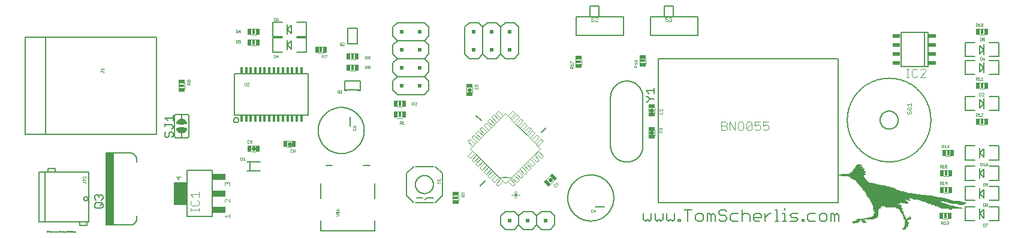
<source format=gto>
G75*
%MOIN*%
%OFA0B0*%
%FSLAX25Y25*%
%IPPOS*%
%LPD*%
%AMOC8*
5,1,8,0,0,1.08239X$1,22.5*
%
%ADD10C,0.00600*%
%ADD11R,0.01710X0.00286*%
%ADD12R,0.01430X0.00286*%
%ADD13R,0.02000X0.00285*%
%ADD14R,0.01420X0.00286*%
%ADD15R,0.01720X0.00286*%
%ADD16R,0.01710X0.00285*%
%ADD17R,0.01720X0.00286*%
%ADD18R,0.00850X0.00286*%
%ADD19R,0.02000X0.00286*%
%ADD20R,0.00860X0.00286*%
%ADD21R,0.01140X0.00286*%
%ADD22R,0.02290X0.00285*%
%ADD23R,0.03140X0.00285*%
%ADD24R,0.03430X0.00286*%
%ADD25R,0.03720X0.00286*%
%ADD26R,0.02290X0.00286*%
%ADD27R,0.02570X0.00286*%
%ADD28R,0.01430X0.00285*%
%ADD29R,0.02860X0.00286*%
%ADD30R,0.04000X0.00286*%
%ADD31R,0.03710X0.00286*%
%ADD32R,0.04000X0.00285*%
%ADD33R,0.08570X0.00285*%
%ADD34R,0.06860X0.00286*%
%ADD35R,0.05430X0.00286*%
%ADD36R,0.04570X0.00286*%
%ADD37R,0.00280X0.00285*%
%ADD38R,0.00860X0.00285*%
%ADD39R,0.03140X0.00285*%
%ADD40R,0.00280X0.00286*%
%ADD41R,0.02850X0.00286*%
%ADD42R,0.01140X0.00286*%
%ADD43R,0.01140X0.00285*%
%ADD44R,0.02570X0.00285*%
%ADD45R,0.01150X0.00286*%
%ADD46R,0.01140X0.00285*%
%ADD47R,0.01420X0.00285*%
%ADD48R,0.03150X0.00285*%
%ADD49R,0.02280X0.00286*%
%ADD50R,0.03150X0.00286*%
%ADD51R,0.05420X0.00286*%
%ADD52R,0.02570X0.00286*%
%ADD53R,0.12000X0.00285*%
%ADD54R,0.02860X0.00285*%
%ADD55R,0.11710X0.00286*%
%ADD56R,0.04290X0.00286*%
%ADD57R,0.11430X0.00286*%
%ADD58R,0.08860X0.00286*%
%ADD59R,0.04850X0.00286*%
%ADD60R,0.10280X0.00286*%
%ADD61R,0.09150X0.00286*%
%ADD62R,0.10570X0.00285*%
%ADD63R,0.16000X0.00285*%
%ADD64R,0.16000X0.00286*%
%ADD65R,0.15140X0.00286*%
%ADD66R,0.09430X0.00285*%
%ADD67R,0.14860X0.00285*%
%ADD68R,0.14850X0.00286*%
%ADD69R,0.08290X0.00286*%
%ADD70R,0.09720X0.00286*%
%ADD71R,0.09720X0.00286*%
%ADD72R,0.09140X0.00286*%
%ADD73R,0.09710X0.00285*%
%ADD74R,0.08860X0.00285*%
%ADD75R,0.20570X0.00285*%
%ADD76R,0.09710X0.00286*%
%ADD77R,0.09140X0.00286*%
%ADD78R,0.20580X0.00286*%
%ADD79R,0.08570X0.00286*%
%ADD80R,0.20290X0.00286*%
%ADD81R,0.10290X0.00285*%
%ADD82R,0.20280X0.00285*%
%ADD83R,0.18290X0.00286*%
%ADD84R,0.19710X0.00286*%
%ADD85R,0.17720X0.00286*%
%ADD86R,0.19430X0.00286*%
%ADD87R,0.20000X0.00286*%
%ADD88R,0.22570X0.00286*%
%ADD89R,0.19430X0.00285*%
%ADD90R,0.22280X0.00285*%
%ADD91R,0.42280X0.00286*%
%ADD92R,0.40570X0.00286*%
%ADD93R,0.39420X0.00285*%
%ADD94R,0.38570X0.00286*%
%ADD95R,0.37140X0.00286*%
%ADD96R,0.36570X0.00286*%
%ADD97R,0.33140X0.00285*%
%ADD98R,0.30000X0.00286*%
%ADD99R,0.27430X0.00286*%
%ADD100R,0.26000X0.00285*%
%ADD101R,0.26000X0.00286*%
%ADD102R,0.23430X0.00286*%
%ADD103R,0.21720X0.00285*%
%ADD104R,0.19720X0.00286*%
%ADD105R,0.19150X0.00286*%
%ADD106R,0.18860X0.00286*%
%ADD107R,0.18000X0.00286*%
%ADD108R,0.18000X0.00285*%
%ADD109R,0.16570X0.00286*%
%ADD110R,0.16280X0.00286*%
%ADD111R,0.15710X0.00285*%
%ADD112R,0.14860X0.00286*%
%ADD113R,0.14000X0.00286*%
%ADD114R,0.12290X0.00286*%
%ADD115R,0.08280X0.00286*%
%ADD116R,0.07710X0.00285*%
%ADD117R,0.06570X0.00286*%
%ADD118R,0.06580X0.00286*%
%ADD119R,0.06280X0.00285*%
%ADD120R,0.06570X0.00286*%
%ADD121R,0.06850X0.00286*%
%ADD122R,0.06860X0.00285*%
%ADD123R,0.07430X0.00286*%
%ADD124R,0.07710X0.00286*%
%ADD125R,0.08290X0.00285*%
%ADD126R,0.12860X0.00285*%
%ADD127R,0.14290X0.00286*%
%ADD128R,0.14570X0.00286*%
%ADD129R,0.13430X0.00286*%
%ADD130R,0.08000X0.00286*%
%ADD131R,0.08000X0.00285*%
%ADD132R,0.07140X0.00286*%
%ADD133R,0.06290X0.00286*%
%ADD134R,0.06290X0.00285*%
%ADD135R,0.06280X0.00286*%
%ADD136R,0.06000X0.00286*%
%ADD137R,0.04850X0.00285*%
%ADD138C,0.00000*%
%ADD139C,0.00400*%
%ADD140C,0.02200*%
%ADD141R,0.01969X0.03740*%
%ADD142C,0.00100*%
%ADD143R,0.03740X0.01969*%
%ADD144C,0.00800*%
%ADD145R,0.07300X0.12600*%
%ADD146R,0.07300X0.03400*%
%ADD147R,0.04331X0.01929*%
%ADD148R,0.02000X0.02000*%
%ADD149C,0.00500*%
%ADD150R,0.04000X0.40000*%
%ADD151R,0.01800X0.03000*%
%ADD152R,0.03000X0.01800*%
%ADD153C,0.00200*%
%ADD154C,0.00300*%
%ADD155R,0.01280X0.03679*%
D10*
X0085400Y0057600D02*
X0091400Y0057600D01*
X0091460Y0057602D01*
X0091521Y0057607D01*
X0091580Y0057616D01*
X0091639Y0057629D01*
X0091698Y0057645D01*
X0091755Y0057665D01*
X0091810Y0057688D01*
X0091865Y0057715D01*
X0091917Y0057744D01*
X0091968Y0057777D01*
X0092017Y0057813D01*
X0092063Y0057851D01*
X0092107Y0057893D01*
X0092149Y0057937D01*
X0092187Y0057983D01*
X0092223Y0058032D01*
X0092256Y0058083D01*
X0092285Y0058135D01*
X0092312Y0058190D01*
X0092335Y0058245D01*
X0092355Y0058302D01*
X0092371Y0058361D01*
X0092384Y0058420D01*
X0092393Y0058479D01*
X0092398Y0058540D01*
X0092400Y0058600D01*
X0092400Y0069600D01*
X0092398Y0069660D01*
X0092393Y0069721D01*
X0092384Y0069780D01*
X0092371Y0069839D01*
X0092355Y0069898D01*
X0092335Y0069955D01*
X0092312Y0070010D01*
X0092285Y0070065D01*
X0092256Y0070117D01*
X0092223Y0070168D01*
X0092187Y0070217D01*
X0092149Y0070263D01*
X0092107Y0070307D01*
X0092063Y0070349D01*
X0092017Y0070387D01*
X0091968Y0070423D01*
X0091917Y0070456D01*
X0091865Y0070485D01*
X0091810Y0070512D01*
X0091755Y0070535D01*
X0091698Y0070555D01*
X0091639Y0070571D01*
X0091580Y0070584D01*
X0091521Y0070593D01*
X0091460Y0070598D01*
X0091400Y0070600D01*
X0085400Y0070600D01*
X0085340Y0070598D01*
X0085279Y0070593D01*
X0085220Y0070584D01*
X0085161Y0070571D01*
X0085102Y0070555D01*
X0085045Y0070535D01*
X0084990Y0070512D01*
X0084935Y0070485D01*
X0084883Y0070456D01*
X0084832Y0070423D01*
X0084783Y0070387D01*
X0084737Y0070349D01*
X0084693Y0070307D01*
X0084651Y0070263D01*
X0084613Y0070217D01*
X0084577Y0070168D01*
X0084544Y0070117D01*
X0084515Y0070065D01*
X0084488Y0070010D01*
X0084465Y0069955D01*
X0084445Y0069898D01*
X0084429Y0069839D01*
X0084416Y0069780D01*
X0084407Y0069721D01*
X0084402Y0069660D01*
X0084400Y0069600D01*
X0084400Y0058600D01*
X0084402Y0058540D01*
X0084407Y0058479D01*
X0084416Y0058420D01*
X0084429Y0058361D01*
X0084445Y0058302D01*
X0084465Y0058245D01*
X0084488Y0058190D01*
X0084515Y0058135D01*
X0084544Y0058083D01*
X0084577Y0058032D01*
X0084613Y0057983D01*
X0084651Y0057937D01*
X0084693Y0057893D01*
X0084737Y0057851D01*
X0084783Y0057813D01*
X0084832Y0057777D01*
X0084883Y0057744D01*
X0084935Y0057715D01*
X0084990Y0057688D01*
X0085045Y0057665D01*
X0085102Y0057645D01*
X0085161Y0057629D01*
X0085220Y0057616D01*
X0085279Y0057607D01*
X0085340Y0057602D01*
X0085400Y0057600D01*
X0088400Y0058100D02*
X0088400Y0060100D01*
X0088400Y0068100D02*
X0088400Y0070100D01*
X0117928Y0070084D02*
X0117928Y0093116D01*
X0158872Y0093116D01*
X0158872Y0070084D01*
X0117928Y0070084D01*
X0117301Y0067427D02*
X0117303Y0067502D01*
X0117309Y0067576D01*
X0117319Y0067650D01*
X0117332Y0067723D01*
X0117350Y0067796D01*
X0117371Y0067867D01*
X0117396Y0067938D01*
X0117425Y0068007D01*
X0117458Y0068074D01*
X0117494Y0068139D01*
X0117533Y0068203D01*
X0117575Y0068264D01*
X0117621Y0068323D01*
X0117670Y0068380D01*
X0117722Y0068433D01*
X0117776Y0068484D01*
X0117833Y0068533D01*
X0117893Y0068577D01*
X0117955Y0068619D01*
X0118019Y0068658D01*
X0118085Y0068693D01*
X0118152Y0068724D01*
X0118222Y0068752D01*
X0118292Y0068776D01*
X0118364Y0068797D01*
X0118437Y0068813D01*
X0118510Y0068826D01*
X0118585Y0068835D01*
X0118659Y0068840D01*
X0118734Y0068841D01*
X0118808Y0068838D01*
X0118883Y0068831D01*
X0118956Y0068820D01*
X0119030Y0068806D01*
X0119102Y0068787D01*
X0119173Y0068765D01*
X0119243Y0068739D01*
X0119312Y0068709D01*
X0119378Y0068676D01*
X0119443Y0068639D01*
X0119506Y0068599D01*
X0119567Y0068555D01*
X0119625Y0068509D01*
X0119681Y0068459D01*
X0119734Y0068407D01*
X0119785Y0068352D01*
X0119832Y0068294D01*
X0119876Y0068234D01*
X0119917Y0068171D01*
X0119955Y0068107D01*
X0119989Y0068041D01*
X0120020Y0067972D01*
X0120047Y0067903D01*
X0120070Y0067832D01*
X0120089Y0067760D01*
X0120105Y0067687D01*
X0120117Y0067613D01*
X0120125Y0067539D01*
X0120129Y0067464D01*
X0120129Y0067390D01*
X0120125Y0067315D01*
X0120117Y0067241D01*
X0120105Y0067167D01*
X0120089Y0067094D01*
X0120070Y0067022D01*
X0120047Y0066951D01*
X0120020Y0066882D01*
X0119989Y0066813D01*
X0119955Y0066747D01*
X0119917Y0066683D01*
X0119876Y0066620D01*
X0119832Y0066560D01*
X0119785Y0066502D01*
X0119734Y0066447D01*
X0119681Y0066395D01*
X0119625Y0066345D01*
X0119567Y0066299D01*
X0119506Y0066255D01*
X0119443Y0066215D01*
X0119378Y0066178D01*
X0119312Y0066145D01*
X0119243Y0066115D01*
X0119173Y0066089D01*
X0119102Y0066067D01*
X0119030Y0066048D01*
X0118956Y0066034D01*
X0118883Y0066023D01*
X0118808Y0066016D01*
X0118734Y0066013D01*
X0118659Y0066014D01*
X0118585Y0066019D01*
X0118510Y0066028D01*
X0118437Y0066041D01*
X0118364Y0066057D01*
X0118292Y0066078D01*
X0118222Y0066102D01*
X0118152Y0066130D01*
X0118085Y0066161D01*
X0118019Y0066196D01*
X0117955Y0066235D01*
X0117893Y0066277D01*
X0117833Y0066321D01*
X0117776Y0066370D01*
X0117722Y0066421D01*
X0117670Y0066474D01*
X0117621Y0066531D01*
X0117575Y0066590D01*
X0117533Y0066651D01*
X0117494Y0066715D01*
X0117458Y0066780D01*
X0117425Y0066847D01*
X0117396Y0066916D01*
X0117371Y0066987D01*
X0117350Y0067058D01*
X0117332Y0067131D01*
X0117319Y0067204D01*
X0117309Y0067278D01*
X0117303Y0067352D01*
X0117301Y0067427D01*
X0178981Y0084000D02*
X0187819Y0084000D01*
X0187819Y0089200D01*
X0178981Y0089200D01*
X0178981Y0084000D01*
X0205900Y0084100D02*
X0205900Y0089100D01*
X0208400Y0091600D01*
X0223400Y0091600D01*
X0225900Y0089100D01*
X0225900Y0084100D01*
X0223400Y0081600D01*
X0208400Y0081600D01*
X0205900Y0084100D01*
X0208400Y0091600D02*
X0205900Y0094100D01*
X0205900Y0099100D01*
X0208400Y0101600D01*
X0223400Y0101600D01*
X0225900Y0099100D01*
X0225900Y0094100D01*
X0223400Y0091600D01*
X0223400Y0101600D02*
X0225900Y0104100D01*
X0225900Y0109100D01*
X0223400Y0111600D01*
X0208400Y0111600D01*
X0205900Y0109100D01*
X0205900Y0104100D01*
X0208400Y0101600D01*
X0186000Y0109681D02*
X0180800Y0109681D01*
X0180800Y0118519D01*
X0186000Y0118519D01*
X0186000Y0109681D01*
X0205900Y0114100D02*
X0205900Y0119100D01*
X0208400Y0121600D01*
X0223400Y0121600D01*
X0225900Y0119100D01*
X0225900Y0114100D01*
X0223400Y0111600D01*
X0208400Y0111600D02*
X0205900Y0114100D01*
X0245900Y0119100D02*
X0245900Y0104100D01*
X0248400Y0101600D01*
X0253400Y0101600D01*
X0255900Y0104100D01*
X0255900Y0119100D01*
X0253400Y0121600D01*
X0248400Y0121600D01*
X0245900Y0119100D01*
X0255900Y0119100D02*
X0258400Y0121600D01*
X0263400Y0121600D01*
X0265900Y0119100D01*
X0265900Y0104100D01*
X0263400Y0101600D01*
X0258400Y0101600D01*
X0255900Y0104100D01*
X0265900Y0104100D02*
X0268400Y0101600D01*
X0273400Y0101600D01*
X0275900Y0104100D01*
X0275900Y0119100D01*
X0273400Y0121600D01*
X0268400Y0121600D01*
X0265900Y0119100D01*
X0252207Y0069914D02*
X0255036Y0067086D01*
X0288411Y0060439D02*
X0291240Y0063267D01*
X0269531Y0035619D02*
X0267269Y0035619D01*
X0257298Y0033852D02*
X0254399Y0030952D01*
X0268400Y0016600D02*
X0273400Y0016600D01*
X0275900Y0014100D01*
X0278400Y0016600D01*
X0283400Y0016600D01*
X0285900Y0014100D01*
X0288400Y0016600D01*
X0293400Y0016600D01*
X0295900Y0014100D01*
X0295900Y0009100D01*
X0293400Y0006600D01*
X0288400Y0006600D01*
X0285900Y0009100D01*
X0283400Y0006600D01*
X0278400Y0006600D01*
X0275900Y0009100D01*
X0273400Y0006600D01*
X0268400Y0006600D01*
X0265900Y0009100D01*
X0265900Y0014100D01*
X0268400Y0016600D01*
X0275900Y0014100D02*
X0275900Y0009100D01*
X0285900Y0009100D02*
X0285900Y0014100D01*
X0345228Y0015457D02*
X0345228Y0012255D01*
X0346296Y0011187D01*
X0347363Y0012255D01*
X0348431Y0011187D01*
X0349498Y0012255D01*
X0349498Y0015457D01*
X0351673Y0015457D02*
X0351673Y0012255D01*
X0352741Y0011187D01*
X0353809Y0012255D01*
X0354876Y0011187D01*
X0355944Y0012255D01*
X0355944Y0015457D01*
X0358119Y0015457D02*
X0358119Y0012255D01*
X0359187Y0011187D01*
X0360254Y0012255D01*
X0361322Y0011187D01*
X0362389Y0012255D01*
X0362389Y0015457D01*
X0364564Y0012255D02*
X0365632Y0012255D01*
X0365632Y0011187D01*
X0364564Y0011187D01*
X0364564Y0012255D01*
X0369922Y0011187D02*
X0369922Y0017592D01*
X0367787Y0017592D02*
X0372058Y0017592D01*
X0374233Y0014390D02*
X0375300Y0015457D01*
X0377435Y0015457D01*
X0378503Y0014390D01*
X0378503Y0012255D01*
X0377435Y0011187D01*
X0375300Y0011187D01*
X0374233Y0012255D01*
X0374233Y0014390D01*
X0380678Y0015457D02*
X0381746Y0015457D01*
X0382813Y0014390D01*
X0383881Y0015457D01*
X0384949Y0014390D01*
X0384949Y0011187D01*
X0382813Y0011187D02*
X0382813Y0014390D01*
X0380678Y0015457D02*
X0380678Y0011187D01*
X0387124Y0012255D02*
X0388191Y0011187D01*
X0390326Y0011187D01*
X0391394Y0012255D01*
X0391394Y0013322D01*
X0390326Y0014390D01*
X0388191Y0014390D01*
X0387124Y0015457D01*
X0387124Y0016525D01*
X0388191Y0017592D01*
X0390326Y0017592D01*
X0391394Y0016525D01*
X0393569Y0014390D02*
X0394637Y0015457D01*
X0397840Y0015457D01*
X0400015Y0014390D02*
X0401082Y0015457D01*
X0403217Y0015457D01*
X0404285Y0014390D01*
X0404285Y0011187D01*
X0406460Y0012255D02*
X0406460Y0014390D01*
X0407528Y0015457D01*
X0409663Y0015457D01*
X0410731Y0014390D01*
X0410731Y0013322D01*
X0406460Y0013322D01*
X0406460Y0012255D02*
X0407528Y0011187D01*
X0409663Y0011187D01*
X0412906Y0011187D02*
X0412906Y0015457D01*
X0412906Y0013322D02*
X0415041Y0015457D01*
X0416108Y0015457D01*
X0422574Y0015457D02*
X0423642Y0015457D01*
X0423642Y0011187D01*
X0424709Y0011187D02*
X0422574Y0011187D01*
X0420412Y0011187D02*
X0418277Y0011187D01*
X0419345Y0011187D02*
X0419345Y0017592D01*
X0418277Y0017592D01*
X0423642Y0017592D02*
X0423642Y0018660D01*
X0426871Y0014390D02*
X0427939Y0015457D01*
X0431141Y0015457D01*
X0430074Y0013322D02*
X0427939Y0013322D01*
X0426871Y0014390D01*
X0430074Y0013322D02*
X0431141Y0012255D01*
X0430074Y0011187D01*
X0426871Y0011187D01*
X0433316Y0011187D02*
X0433316Y0012255D01*
X0434384Y0012255D01*
X0434384Y0011187D01*
X0433316Y0011187D01*
X0436539Y0012255D02*
X0437607Y0011187D01*
X0440810Y0011187D01*
X0442985Y0012255D02*
X0444052Y0011187D01*
X0446187Y0011187D01*
X0447255Y0012255D01*
X0447255Y0014390D01*
X0446187Y0015457D01*
X0444052Y0015457D01*
X0442985Y0014390D01*
X0442985Y0012255D01*
X0437607Y0015457D02*
X0436539Y0014390D01*
X0436539Y0012255D01*
X0437607Y0015457D02*
X0440810Y0015457D01*
X0449430Y0015457D02*
X0450498Y0015457D01*
X0451565Y0014390D01*
X0452633Y0015457D01*
X0453701Y0014390D01*
X0453701Y0011187D01*
X0451565Y0011187D02*
X0451565Y0014390D01*
X0449430Y0015457D02*
X0449430Y0011187D01*
X0400015Y0011187D02*
X0400015Y0017592D01*
X0393569Y0014390D02*
X0393569Y0012255D01*
X0394637Y0011187D01*
X0397840Y0011187D01*
D11*
X0488658Y0016601D03*
X0492948Y0012887D03*
X0492948Y0012601D03*
X0491518Y0010601D03*
X0491518Y0009173D03*
X0491518Y0008887D03*
X0491518Y0008601D03*
X0490088Y0006887D03*
X0490088Y0006601D03*
D12*
X0490518Y0007173D03*
X0491378Y0010887D03*
X0490518Y0012601D03*
X0489948Y0013744D03*
X0489088Y0015744D03*
X0488518Y0016887D03*
X0491378Y0020887D03*
D13*
X0487943Y0017458D03*
X0467373Y0011458D03*
X0490803Y0007458D03*
D14*
X0490803Y0007744D03*
D15*
X0491233Y0008030D03*
D16*
X0491518Y0008315D03*
X0491518Y0009458D03*
X0491518Y0010315D03*
D17*
X0491803Y0009744D03*
D18*
X0462518Y0009744D03*
D19*
X0467373Y0010887D03*
X0467943Y0010601D03*
X0487943Y0017744D03*
X0492513Y0022887D03*
X0491663Y0010030D03*
D20*
X0493373Y0013173D03*
X0489663Y0014601D03*
X0489663Y0014887D03*
X0467943Y0010030D03*
D21*
X0462663Y0010030D03*
X0488373Y0017173D03*
X0488943Y0016030D03*
X0490373Y0013173D03*
X0490373Y0012887D03*
X0491233Y0011173D03*
X0492943Y0022601D03*
X0465233Y0042601D03*
D22*
X0474658Y0016315D03*
X0474658Y0015458D03*
X0468088Y0010315D03*
X0464658Y0011458D03*
D23*
X0462803Y0010315D03*
D24*
X0462948Y0010601D03*
X0490658Y0021173D03*
X0465228Y0041744D03*
X0465228Y0042030D03*
D25*
X0463373Y0010887D03*
D26*
X0467518Y0011173D03*
X0474658Y0015744D03*
X0474658Y0016030D03*
D27*
X0474518Y0016601D03*
X0474518Y0016887D03*
X0474518Y0015173D03*
X0474518Y0014887D03*
X0474518Y0014601D03*
X0464228Y0011173D03*
D28*
X0491378Y0011458D03*
X0515948Y0017458D03*
D29*
X0491803Y0012030D03*
X0491803Y0011744D03*
X0474373Y0014030D03*
X0474663Y0017173D03*
D30*
X0465513Y0011744D03*
X0519803Y0018030D03*
X0464663Y0040601D03*
D31*
X0521658Y0020601D03*
X0465948Y0012030D03*
D32*
X0474943Y0018315D03*
X0491803Y0012315D03*
D33*
X0468658Y0012315D03*
D34*
X0470663Y0012601D03*
X0466663Y0033173D03*
D35*
X0471948Y0012887D03*
D36*
X0472948Y0013173D03*
D37*
X0493373Y0013458D03*
D38*
X0490233Y0013458D03*
D39*
X0473663Y0013458D03*
D40*
X0493373Y0013744D03*
D41*
X0474088Y0013744D03*
D42*
X0489803Y0014030D03*
D43*
X0489803Y0014315D03*
D44*
X0474518Y0014315D03*
X0464518Y0041458D03*
X0465378Y0042315D03*
D45*
X0489518Y0015173D03*
D46*
X0489233Y0015458D03*
D47*
X0488803Y0016315D03*
D48*
X0474518Y0017458D03*
D49*
X0515803Y0017744D03*
D50*
X0487088Y0018601D03*
X0474518Y0018030D03*
X0474518Y0017744D03*
D51*
X0514803Y0018030D03*
D52*
X0487658Y0018030D03*
D53*
X0516663Y0018315D03*
D54*
X0521803Y0020315D03*
X0487233Y0018315D03*
D55*
X0515948Y0018601D03*
D56*
X0475088Y0018601D03*
X0465088Y0041173D03*
D57*
X0514658Y0018887D03*
D58*
X0511373Y0019744D03*
X0510803Y0020030D03*
X0509373Y0020601D03*
X0505373Y0022030D03*
X0484233Y0018887D03*
X0463373Y0035744D03*
D59*
X0465088Y0040887D03*
X0475088Y0019173D03*
X0475088Y0018887D03*
D60*
X0513803Y0019173D03*
D61*
X0484088Y0019173D03*
D62*
X0512518Y0019458D03*
X0470228Y0031458D03*
D63*
X0480663Y0019458D03*
D64*
X0480663Y0019744D03*
X0480093Y0020887D03*
X0480093Y0021173D03*
D65*
X0480233Y0020030D03*
D66*
X0504518Y0022315D03*
X0509658Y0020315D03*
D67*
X0479803Y0020315D03*
D68*
X0479518Y0020601D03*
D69*
X0520518Y0020887D03*
D70*
X0508373Y0020887D03*
D71*
X0519803Y0021173D03*
D72*
X0507233Y0021173D03*
D73*
X0518948Y0021458D03*
D74*
X0506803Y0021458D03*
X0464233Y0037458D03*
D75*
X0482088Y0021458D03*
D76*
X0517518Y0021744D03*
X0469518Y0031744D03*
D77*
X0505803Y0021744D03*
D78*
X0481803Y0021744D03*
D79*
X0516658Y0022030D03*
D80*
X0481658Y0022030D03*
D81*
X0514658Y0022315D03*
D82*
X0481373Y0022315D03*
D83*
X0508088Y0022601D03*
D84*
X0481088Y0022601D03*
D85*
X0507233Y0022887D03*
D86*
X0480948Y0022887D03*
D87*
X0477513Y0028030D03*
X0504943Y0023173D03*
D88*
X0481948Y0023173D03*
X0479658Y0027173D03*
D89*
X0476948Y0028315D03*
X0504088Y0023458D03*
D90*
X0481803Y0023458D03*
D91*
X0491803Y0023744D03*
D92*
X0490658Y0024030D03*
D93*
X0489803Y0024315D03*
D94*
X0489088Y0024601D03*
D95*
X0488373Y0024887D03*
D96*
X0487518Y0025173D03*
D97*
X0485803Y0025458D03*
D98*
X0484233Y0025744D03*
D99*
X0482948Y0026030D03*
D100*
X0481943Y0026315D03*
D101*
X0481663Y0026601D03*
D102*
X0480378Y0026887D03*
D103*
X0479233Y0027458D03*
D104*
X0478233Y0027744D03*
D105*
X0476518Y0028601D03*
D106*
X0476373Y0028887D03*
D107*
X0475943Y0029173D03*
D108*
X0475373Y0029458D03*
D109*
X0474658Y0029744D03*
D110*
X0474233Y0030030D03*
D111*
X0473658Y0030315D03*
D112*
X0472943Y0030601D03*
D113*
X0472513Y0030887D03*
D114*
X0471088Y0031173D03*
X0461658Y0036030D03*
D115*
X0464233Y0035173D03*
X0468803Y0032030D03*
D116*
X0467948Y0032315D03*
D117*
X0467378Y0032601D03*
D118*
X0466803Y0032887D03*
D119*
X0466373Y0033458D03*
D120*
X0465948Y0033744D03*
D121*
X0465518Y0034030D03*
D122*
X0465233Y0034315D03*
D123*
X0464948Y0034601D03*
X0464088Y0038030D03*
X0464948Y0038601D03*
D124*
X0464518Y0034887D03*
D125*
X0463948Y0035458D03*
D126*
X0461373Y0036315D03*
D127*
X0460658Y0036601D03*
D128*
X0461378Y0036887D03*
D129*
X0461948Y0037173D03*
D130*
X0464093Y0037744D03*
D131*
X0464663Y0038315D03*
D132*
X0464803Y0038887D03*
D133*
X0464658Y0039173D03*
D134*
X0464658Y0039458D03*
D135*
X0465233Y0039744D03*
D136*
X0465093Y0040030D03*
D137*
X0465088Y0040315D03*
D138*
X0013495Y0005170D02*
X0013400Y0005265D01*
X0013400Y0005645D01*
X0013495Y0005740D01*
X0013685Y0005740D01*
X0013780Y0005645D01*
X0013925Y0005550D02*
X0013925Y0005455D01*
X0014020Y0005455D01*
X0014020Y0005550D01*
X0013925Y0005550D01*
X0013925Y0005265D02*
X0013925Y0005170D01*
X0014020Y0005170D01*
X0014020Y0005265D01*
X0013925Y0005265D01*
X0013780Y0005265D02*
X0013685Y0005170D01*
X0013495Y0005170D01*
X0014187Y0005170D02*
X0014568Y0005740D01*
X0014712Y0005740D02*
X0014712Y0005265D01*
X0014807Y0005170D01*
X0014997Y0005170D01*
X0015092Y0005265D01*
X0015092Y0005740D01*
X0015332Y0005550D02*
X0015617Y0005550D01*
X0015762Y0005455D02*
X0015857Y0005550D01*
X0016047Y0005550D01*
X0016142Y0005455D01*
X0016142Y0005360D01*
X0015762Y0005360D01*
X0015762Y0005265D02*
X0015762Y0005455D01*
X0015762Y0005265D02*
X0015857Y0005170D01*
X0016047Y0005170D01*
X0016287Y0005170D02*
X0016287Y0005550D01*
X0016287Y0005360D02*
X0016477Y0005550D01*
X0016572Y0005550D01*
X0016724Y0005455D02*
X0016819Y0005550D01*
X0017104Y0005550D01*
X0017009Y0005360D02*
X0016819Y0005360D01*
X0016724Y0005455D01*
X0016724Y0005170D02*
X0017009Y0005170D01*
X0017104Y0005265D01*
X0017009Y0005360D01*
X0017249Y0005170D02*
X0017629Y0005740D01*
X0017774Y0005550D02*
X0017964Y0005550D01*
X0017869Y0005645D02*
X0017869Y0005265D01*
X0017964Y0005170D01*
X0018124Y0005265D02*
X0018219Y0005170D01*
X0018409Y0005170D01*
X0018504Y0005265D01*
X0018504Y0005455D01*
X0018409Y0005550D01*
X0018219Y0005550D01*
X0018124Y0005455D01*
X0018124Y0005265D01*
X0018649Y0005170D02*
X0018649Y0005550D01*
X0018744Y0005550D01*
X0018839Y0005455D01*
X0018934Y0005550D01*
X0019029Y0005455D01*
X0019029Y0005170D01*
X0019173Y0005170D02*
X0019459Y0005170D01*
X0019554Y0005265D01*
X0019459Y0005360D01*
X0019268Y0005360D01*
X0019173Y0005455D01*
X0019268Y0005550D01*
X0019554Y0005550D01*
X0019698Y0005455D02*
X0019698Y0005265D01*
X0019793Y0005170D01*
X0020079Y0005170D01*
X0020223Y0005170D02*
X0020603Y0005740D01*
X0020748Y0005740D02*
X0021033Y0005740D01*
X0021128Y0005645D01*
X0021128Y0005265D01*
X0021033Y0005170D01*
X0020748Y0005170D01*
X0020748Y0005740D01*
X0021273Y0005455D02*
X0021368Y0005550D01*
X0021558Y0005550D01*
X0021653Y0005455D01*
X0021653Y0005360D01*
X0021273Y0005360D01*
X0021273Y0005265D02*
X0021273Y0005455D01*
X0021273Y0005265D02*
X0021368Y0005170D01*
X0021558Y0005170D01*
X0021798Y0005170D02*
X0022083Y0005170D01*
X0022178Y0005265D01*
X0022083Y0005360D01*
X0021893Y0005360D01*
X0021798Y0005455D01*
X0021893Y0005550D01*
X0022178Y0005550D01*
X0022322Y0005360D02*
X0022608Y0005550D01*
X0022760Y0005550D02*
X0022950Y0005550D01*
X0022855Y0005645D02*
X0022855Y0005265D01*
X0022950Y0005170D01*
X0023110Y0005265D02*
X0023205Y0005170D01*
X0023395Y0005170D01*
X0023490Y0005265D01*
X0023490Y0005455D01*
X0023395Y0005550D01*
X0023205Y0005550D01*
X0023110Y0005455D01*
X0023110Y0005265D01*
X0022608Y0005170D02*
X0022322Y0005360D01*
X0022322Y0005170D02*
X0022322Y0005740D01*
X0023635Y0005550D02*
X0023920Y0005550D01*
X0024015Y0005455D01*
X0024015Y0005265D01*
X0023920Y0005170D01*
X0023635Y0005170D01*
X0023635Y0004980D02*
X0023635Y0005550D01*
X0024159Y0005170D02*
X0024540Y0005740D01*
X0024779Y0005550D02*
X0025065Y0005550D01*
X0025209Y0005455D02*
X0025494Y0005455D01*
X0025590Y0005360D01*
X0025590Y0005265D01*
X0025494Y0005170D01*
X0025304Y0005170D01*
X0025209Y0005265D01*
X0025209Y0005455D01*
X0025399Y0005645D01*
X0025590Y0005740D01*
X0025734Y0005645D02*
X0025829Y0005740D01*
X0026019Y0005740D01*
X0026114Y0005645D01*
X0026114Y0005550D01*
X0025734Y0005170D01*
X0026114Y0005170D01*
X0026259Y0005265D02*
X0026354Y0005170D01*
X0026544Y0005170D01*
X0026639Y0005265D01*
X0026639Y0005360D01*
X0026544Y0005455D01*
X0026259Y0005455D01*
X0026259Y0005265D01*
X0026259Y0005455D02*
X0026449Y0005645D01*
X0026639Y0005740D01*
X0026784Y0005645D02*
X0026784Y0005550D01*
X0026879Y0005455D01*
X0027069Y0005455D01*
X0027164Y0005360D01*
X0027164Y0005265D01*
X0027069Y0005170D01*
X0026879Y0005170D01*
X0026784Y0005265D01*
X0026784Y0005360D01*
X0026879Y0005455D01*
X0027069Y0005455D02*
X0027164Y0005550D01*
X0027164Y0005645D01*
X0027069Y0005740D01*
X0026879Y0005740D01*
X0026784Y0005645D01*
X0027309Y0005645D02*
X0027404Y0005740D01*
X0027594Y0005740D01*
X0027689Y0005645D01*
X0027309Y0005265D01*
X0027404Y0005170D01*
X0027594Y0005170D01*
X0027689Y0005265D01*
X0027689Y0005645D01*
X0027309Y0005645D02*
X0027309Y0005265D01*
X0027833Y0005265D02*
X0027929Y0005265D01*
X0027929Y0005170D01*
X0027833Y0005170D01*
X0027833Y0005265D01*
X0028096Y0005170D02*
X0028381Y0005170D01*
X0028476Y0005265D01*
X0028476Y0005455D01*
X0028381Y0005550D01*
X0028096Y0005550D01*
X0028096Y0005740D02*
X0028096Y0005170D01*
X0028621Y0005170D02*
X0028621Y0005550D01*
X0028716Y0005550D01*
X0028811Y0005455D01*
X0028906Y0005550D01*
X0029001Y0005455D01*
X0029001Y0005170D01*
X0029146Y0005170D02*
X0029431Y0005170D01*
X0029526Y0005265D01*
X0029526Y0005455D01*
X0029431Y0005550D01*
X0029146Y0005550D01*
X0029146Y0004980D01*
X0028811Y0005170D02*
X0028811Y0005455D01*
X0025065Y0005170D02*
X0024779Y0005170D01*
X0024684Y0005265D01*
X0024684Y0005455D01*
X0024779Y0005550D01*
X0025065Y0005740D02*
X0025065Y0005170D01*
X0020079Y0005550D02*
X0019793Y0005550D01*
X0019698Y0005455D01*
X0018839Y0005455D02*
X0018839Y0005170D01*
X0015617Y0005265D02*
X0015522Y0005360D01*
X0015332Y0005360D01*
X0015237Y0005455D01*
X0015332Y0005550D01*
X0015237Y0005170D02*
X0015522Y0005170D01*
X0015617Y0005265D01*
X0247470Y0047499D02*
X0248742Y0046226D01*
X0251500Y0048984D01*
X0265784Y0034700D01*
X0263026Y0031942D01*
X0264299Y0030670D01*
X0267056Y0033427D01*
X0265784Y0034700D01*
X0264864Y0035619D01*
X0271936Y0035619D01*
X0274693Y0032862D01*
X0275966Y0034134D01*
X0273208Y0036892D01*
X0271936Y0035619D01*
X0271016Y0034700D01*
X0273774Y0031942D01*
X0272501Y0030670D01*
X0269743Y0033427D01*
X0286573Y0050256D01*
X0289330Y0047499D01*
X0288058Y0046226D01*
X0285300Y0048984D01*
X0286573Y0050256D01*
X0287916Y0051600D01*
X0286573Y0052943D01*
X0289330Y0055701D01*
X0288058Y0056974D01*
X0285300Y0054216D01*
X0286573Y0052943D01*
X0285300Y0054216D02*
X0284381Y0055136D01*
X0287138Y0057893D01*
X0285866Y0059166D01*
X0283108Y0056408D01*
X0273208Y0066308D01*
X0275966Y0069066D01*
X0274693Y0070338D01*
X0271936Y0067581D01*
X0273208Y0066308D01*
X0274198Y0065318D01*
X0276956Y0068076D01*
X0278229Y0066803D01*
X0275471Y0064045D01*
X0274198Y0065318D01*
X0275471Y0064045D02*
X0276390Y0063126D01*
X0279148Y0065884D01*
X0280421Y0064611D01*
X0277663Y0061853D01*
X0276390Y0063126D01*
X0277663Y0061853D02*
X0278653Y0060863D01*
X0281411Y0063621D01*
X0282684Y0062348D01*
X0279926Y0059590D01*
X0278653Y0060863D01*
X0279926Y0059590D02*
X0280845Y0058671D01*
X0283603Y0061429D01*
X0284876Y0060156D01*
X0282118Y0057398D01*
X0280845Y0058671D01*
X0282118Y0057398D02*
X0283108Y0056408D01*
X0284381Y0055136D01*
X0285300Y0048984D02*
X0284381Y0048064D01*
X0287138Y0045307D01*
X0285866Y0044034D01*
X0283108Y0046792D01*
X0284381Y0048064D01*
X0283108Y0046792D02*
X0282118Y0045802D01*
X0284876Y0043044D01*
X0283603Y0041771D01*
X0280845Y0044529D01*
X0282118Y0045802D01*
X0280845Y0044529D02*
X0279926Y0043610D01*
X0282684Y0040852D01*
X0281411Y0039579D01*
X0278653Y0042337D01*
X0279926Y0043610D01*
X0278653Y0042337D02*
X0277663Y0041347D01*
X0280421Y0038589D01*
X0279148Y0037316D01*
X0276390Y0040074D01*
X0277663Y0041347D01*
X0276390Y0040074D02*
X0275471Y0039155D01*
X0278229Y0036397D01*
X0276956Y0035124D01*
X0274198Y0037882D01*
X0275471Y0039155D01*
X0274198Y0037882D02*
X0273208Y0036892D01*
X0271016Y0034700D02*
X0269743Y0033427D01*
X0268400Y0032084D01*
X0267056Y0033427D01*
X0264864Y0035619D02*
X0262107Y0032862D01*
X0260834Y0034134D01*
X0263592Y0036892D01*
X0264864Y0035619D01*
X0263592Y0036892D02*
X0262602Y0037882D01*
X0259844Y0035124D01*
X0258571Y0036397D01*
X0261329Y0039155D01*
X0262602Y0037882D01*
X0261329Y0039155D02*
X0260410Y0040074D01*
X0257652Y0037316D01*
X0256379Y0038589D01*
X0259137Y0041347D01*
X0260410Y0040074D01*
X0259137Y0041347D02*
X0258147Y0042337D01*
X0255389Y0039579D01*
X0254116Y0040852D01*
X0256874Y0043610D01*
X0258147Y0042337D01*
X0256874Y0043610D02*
X0255955Y0044529D01*
X0253197Y0041771D01*
X0251924Y0043044D01*
X0254682Y0045802D01*
X0255955Y0044529D01*
X0254682Y0045802D02*
X0253692Y0046792D01*
X0250934Y0044034D01*
X0249662Y0045307D01*
X0252419Y0048064D01*
X0253692Y0046792D01*
X0252419Y0048064D02*
X0251500Y0048984D01*
X0250227Y0050256D01*
X0247470Y0047499D01*
X0250227Y0050256D02*
X0248884Y0051600D01*
X0250227Y0052943D01*
X0247470Y0055701D01*
X0248742Y0056974D01*
X0251500Y0054216D01*
X0250227Y0052943D01*
X0251500Y0054216D02*
X0252419Y0055136D01*
X0264864Y0067581D01*
X0262107Y0070338D01*
X0260834Y0069066D01*
X0263592Y0066308D01*
X0264864Y0067581D01*
X0265784Y0068500D01*
X0263026Y0071258D01*
X0264299Y0072530D01*
X0267056Y0069773D01*
X0265784Y0068500D01*
X0267056Y0069773D02*
X0268400Y0071116D01*
X0269743Y0069773D01*
X0272501Y0072530D01*
X0273774Y0071258D01*
X0271016Y0068500D01*
X0269743Y0069773D01*
X0271016Y0068500D02*
X0271936Y0067581D01*
X0263592Y0066308D02*
X0262602Y0065318D01*
X0259844Y0068076D01*
X0258571Y0066803D01*
X0261329Y0064045D01*
X0262602Y0065318D01*
X0261329Y0064045D02*
X0260410Y0063126D01*
X0257652Y0065884D01*
X0256379Y0064611D01*
X0259137Y0061853D01*
X0260410Y0063126D01*
X0259137Y0061853D02*
X0258147Y0060863D01*
X0255389Y0063621D01*
X0254116Y0062348D01*
X0256874Y0059590D01*
X0258147Y0060863D01*
X0256874Y0059590D02*
X0255955Y0058671D01*
X0253197Y0061429D01*
X0251924Y0060156D01*
X0254682Y0057398D01*
X0255955Y0058671D01*
X0254682Y0057398D02*
X0253692Y0056408D01*
X0250934Y0059166D01*
X0249662Y0057893D01*
X0252419Y0055136D01*
X0253692Y0056408D01*
D139*
X0211052Y0068649D02*
X0208248Y0068649D01*
X0208248Y0072000D02*
X0211052Y0072000D01*
X0211052Y0074899D02*
X0208248Y0074899D01*
X0208248Y0078250D02*
X0211052Y0078250D01*
X0246750Y0082698D02*
X0246750Y0085502D01*
X0250101Y0085502D02*
X0250101Y0082698D01*
X0307324Y0098323D02*
X0307324Y0101127D01*
X0310675Y0101127D02*
X0310675Y0098323D01*
X0342949Y0098948D02*
X0342949Y0101752D01*
X0346300Y0101752D02*
X0346300Y0098948D01*
X0348000Y0074252D02*
X0348000Y0071448D01*
X0351351Y0071448D02*
X0351351Y0074252D01*
X0388600Y0066404D02*
X0390902Y0066404D01*
X0391669Y0065637D01*
X0391669Y0064869D01*
X0390902Y0064102D01*
X0388600Y0064102D01*
X0388600Y0061800D02*
X0388600Y0066404D01*
X0390902Y0064102D02*
X0391669Y0063335D01*
X0391669Y0062567D01*
X0390902Y0061800D01*
X0388600Y0061800D01*
X0393204Y0061800D02*
X0393204Y0066404D01*
X0396273Y0061800D01*
X0396273Y0066404D01*
X0397808Y0065637D02*
X0397808Y0062567D01*
X0398575Y0061800D01*
X0400110Y0061800D01*
X0400877Y0062567D01*
X0400877Y0065637D01*
X0400110Y0066404D01*
X0398575Y0066404D01*
X0397808Y0065637D01*
X0402412Y0065637D02*
X0403179Y0066404D01*
X0404714Y0066404D01*
X0405481Y0065637D01*
X0402412Y0062567D01*
X0403179Y0061800D01*
X0404714Y0061800D01*
X0405481Y0062567D01*
X0405481Y0065637D01*
X0407016Y0066404D02*
X0407016Y0064102D01*
X0408550Y0064869D01*
X0409318Y0064869D01*
X0410085Y0064102D01*
X0410085Y0062567D01*
X0409318Y0061800D01*
X0407783Y0061800D01*
X0407016Y0062567D01*
X0411620Y0062567D02*
X0412387Y0061800D01*
X0413922Y0061800D01*
X0414689Y0062567D01*
X0414689Y0064102D01*
X0413922Y0064869D01*
X0413154Y0064869D01*
X0411620Y0064102D01*
X0411620Y0066404D01*
X0414689Y0066404D01*
X0410085Y0066404D02*
X0407016Y0066404D01*
X0402412Y0065637D02*
X0402412Y0062567D01*
X0351300Y0061752D02*
X0351300Y0058948D01*
X0347949Y0058948D02*
X0347949Y0061752D01*
X0293188Y0036294D02*
X0291206Y0034312D01*
X0293575Y0031942D02*
X0295558Y0033925D01*
X0242601Y0025502D02*
X0242601Y0022698D01*
X0239250Y0022698D02*
X0239250Y0025502D01*
X0149802Y0052399D02*
X0146998Y0052399D01*
X0146998Y0055750D02*
X0149802Y0055750D01*
X0129802Y0053301D02*
X0126998Y0053301D01*
X0126998Y0049950D02*
X0129802Y0049950D01*
X0088200Y0035701D02*
X0085398Y0035701D01*
X0086799Y0034300D01*
X0086799Y0036168D01*
X0112398Y0032220D02*
X0112398Y0031286D01*
X0112865Y0030819D01*
X0113799Y0031753D02*
X0113799Y0032220D01*
X0114266Y0032687D01*
X0114733Y0032687D01*
X0115200Y0032220D01*
X0115200Y0031286D01*
X0114733Y0030819D01*
X0113799Y0032220D02*
X0113332Y0032687D01*
X0112865Y0032687D01*
X0112398Y0032220D01*
X0098000Y0027542D02*
X0098000Y0024473D01*
X0098000Y0026008D02*
X0093396Y0026008D01*
X0094931Y0024473D01*
X0094163Y0022939D02*
X0093396Y0022171D01*
X0093396Y0020637D01*
X0094163Y0019869D01*
X0097233Y0019869D01*
X0098000Y0020637D01*
X0098000Y0022171D01*
X0097233Y0022939D01*
X0098000Y0018335D02*
X0098000Y0016800D01*
X0098000Y0017567D02*
X0093396Y0017567D01*
X0093396Y0016800D02*
X0093396Y0018335D01*
X0112435Y0022186D02*
X0112902Y0021719D01*
X0112435Y0022186D02*
X0112435Y0023120D01*
X0112902Y0023587D01*
X0113369Y0023587D01*
X0115237Y0021719D01*
X0115237Y0023587D01*
X0115200Y0015075D02*
X0115200Y0013207D01*
X0115200Y0014141D02*
X0112398Y0014141D01*
X0113332Y0013207D01*
X0090101Y0085198D02*
X0090101Y0088002D01*
X0086750Y0088002D02*
X0086750Y0085198D01*
X0164498Y0104899D02*
X0167302Y0104899D01*
X0167302Y0108250D02*
X0164498Y0108250D01*
X0181998Y0104500D02*
X0184802Y0104500D01*
X0184802Y0101149D02*
X0181998Y0101149D01*
X0181998Y0098301D02*
X0184802Y0098301D01*
X0184802Y0094950D02*
X0181998Y0094950D01*
X0129802Y0108700D02*
X0126998Y0108700D01*
X0126998Y0112051D02*
X0129802Y0112051D01*
X0129802Y0114950D02*
X0126998Y0114950D01*
X0126998Y0118301D02*
X0129802Y0118301D01*
X0491323Y0095904D02*
X0492857Y0095904D01*
X0492090Y0095904D02*
X0492090Y0091300D01*
X0491323Y0091300D02*
X0492857Y0091300D01*
X0494392Y0092067D02*
X0495159Y0091300D01*
X0496694Y0091300D01*
X0497461Y0092067D01*
X0498996Y0091300D02*
X0502065Y0094369D01*
X0502065Y0095137D01*
X0501298Y0095904D01*
X0499763Y0095904D01*
X0498996Y0095137D01*
X0497461Y0095137D02*
X0496694Y0095904D01*
X0495159Y0095904D01*
X0494392Y0095137D01*
X0494392Y0092067D01*
X0498996Y0091300D02*
X0502065Y0091300D01*
X0531998Y0088301D02*
X0534802Y0088301D01*
X0534802Y0084950D02*
X0531998Y0084950D01*
X0531998Y0068301D02*
X0534802Y0068301D01*
X0534802Y0064950D02*
X0531998Y0064950D01*
X0516052Y0050801D02*
X0513248Y0050801D01*
X0513248Y0047450D02*
X0516052Y0047450D01*
X0514802Y0039551D02*
X0511998Y0039551D01*
X0511998Y0036200D02*
X0514802Y0036200D01*
X0514802Y0030301D02*
X0511998Y0030301D01*
X0511998Y0026950D02*
X0514802Y0026950D01*
X0514516Y0015908D02*
X0511713Y0015908D01*
X0511713Y0012558D02*
X0514516Y0012558D01*
X0531998Y0114950D02*
X0534802Y0114950D01*
X0534802Y0118301D02*
X0531998Y0118301D01*
D140*
X0349770Y0072850D02*
X0349530Y0072850D01*
X0349530Y0060350D02*
X0349770Y0060350D01*
X0293485Y0034015D02*
X0293315Y0034185D01*
X0148400Y0053980D02*
X0148400Y0054220D01*
X0128400Y0051720D02*
X0128400Y0051480D01*
X0248280Y0084100D02*
X0248520Y0084100D01*
D141*
X0211966Y0076580D03*
X0207366Y0076580D03*
X0207366Y0070330D03*
X0211966Y0070330D03*
X0150716Y0054080D03*
X0146116Y0054080D03*
X0130684Y0051620D03*
X0126084Y0051620D03*
G36*
X0293766Y0031851D02*
X0292374Y0030459D01*
X0289730Y0033103D01*
X0291122Y0034495D01*
X0293766Y0031851D01*
G37*
G36*
X0297019Y0035104D02*
X0295627Y0033712D01*
X0292983Y0036356D01*
X0294375Y0037748D01*
X0297019Y0035104D01*
G37*
X0511084Y0037870D03*
X0515684Y0037870D03*
X0515684Y0028620D03*
X0511084Y0028620D03*
X0510799Y0014227D03*
X0515399Y0014227D03*
X0516934Y0049120D03*
X0512334Y0049120D03*
X0531084Y0066620D03*
X0535684Y0066620D03*
X0535684Y0086620D03*
X0531084Y0086620D03*
X0531084Y0116620D03*
X0535684Y0116620D03*
X0185716Y0102830D03*
X0181116Y0102830D03*
X0168216Y0106580D03*
X0163616Y0106580D03*
X0130684Y0110370D03*
X0126084Y0110370D03*
X0126084Y0116620D03*
X0130684Y0116620D03*
X0181084Y0096620D03*
X0185684Y0096620D03*
D142*
X0190525Y0096578D02*
X0191275Y0096578D01*
X0191525Y0096828D01*
X0191525Y0097329D01*
X0191275Y0097579D01*
X0190525Y0097579D01*
X0190525Y0096077D01*
X0191025Y0096578D02*
X0191525Y0096077D01*
X0191998Y0096328D02*
X0192248Y0096077D01*
X0192749Y0096077D01*
X0192999Y0096328D01*
X0192999Y0097329D01*
X0192749Y0097579D01*
X0192248Y0097579D01*
X0191998Y0097329D01*
X0191998Y0097078D01*
X0192248Y0096828D01*
X0192999Y0096828D01*
X0192801Y0101444D02*
X0193051Y0101694D01*
X0193051Y0101944D01*
X0192801Y0102194D01*
X0192050Y0102194D01*
X0192050Y0101694D01*
X0192300Y0101444D01*
X0192801Y0101444D01*
X0192050Y0102194D02*
X0192551Y0102695D01*
X0193051Y0102945D01*
X0191578Y0102695D02*
X0191578Y0102194D01*
X0191328Y0101944D01*
X0190577Y0101944D01*
X0190577Y0101444D02*
X0190577Y0102945D01*
X0191328Y0102945D01*
X0191578Y0102695D01*
X0191077Y0101944D02*
X0191578Y0101444D01*
X0168978Y0103301D02*
X0167977Y0102300D01*
X0167977Y0102050D01*
X0167504Y0102050D02*
X0167004Y0102550D01*
X0167254Y0102550D02*
X0166503Y0102550D01*
X0166503Y0102050D02*
X0166503Y0103551D01*
X0167254Y0103551D01*
X0167504Y0103301D01*
X0167504Y0102801D01*
X0167254Y0102550D01*
X0167977Y0103551D02*
X0168978Y0103551D01*
X0168978Y0103301D01*
X0176372Y0109175D02*
X0176623Y0108924D01*
X0177123Y0108924D01*
X0177373Y0109175D01*
X0177373Y0110175D01*
X0177123Y0110426D01*
X0176623Y0110426D01*
X0176372Y0110175D01*
X0176372Y0109175D01*
X0176873Y0109425D02*
X0177373Y0108924D01*
X0177846Y0108924D02*
X0178846Y0109925D01*
X0178846Y0110175D01*
X0178596Y0110426D01*
X0178096Y0110426D01*
X0177846Y0110175D01*
X0177846Y0108924D02*
X0178846Y0108924D01*
X0142103Y0102801D02*
X0141102Y0102801D01*
X0141852Y0103551D01*
X0141852Y0102050D01*
X0140629Y0102300D02*
X0140629Y0103301D01*
X0140379Y0103551D01*
X0139628Y0103551D01*
X0139628Y0102050D01*
X0140379Y0102050D01*
X0140629Y0102300D01*
X0121174Y0110525D02*
X0120924Y0110275D01*
X0120423Y0110275D01*
X0120173Y0110525D01*
X0120173Y0111026D02*
X0120674Y0111276D01*
X0120924Y0111276D01*
X0121174Y0111026D01*
X0121174Y0110525D01*
X0120173Y0111026D02*
X0120173Y0111776D01*
X0121174Y0111776D01*
X0119701Y0111526D02*
X0119451Y0111776D01*
X0118700Y0111776D01*
X0118700Y0110275D01*
X0118700Y0110775D02*
X0119451Y0110775D01*
X0119701Y0111026D01*
X0119701Y0111526D01*
X0119200Y0110775D02*
X0119701Y0110275D01*
X0119701Y0115900D02*
X0119200Y0116400D01*
X0119451Y0116400D02*
X0118700Y0116400D01*
X0118700Y0115900D02*
X0118700Y0117401D01*
X0119451Y0117401D01*
X0119701Y0117151D01*
X0119701Y0116651D01*
X0119451Y0116400D01*
X0120173Y0116651D02*
X0121174Y0116651D01*
X0120924Y0117401D02*
X0120173Y0116651D01*
X0120924Y0117401D02*
X0120924Y0115900D01*
X0139628Y0122675D02*
X0140379Y0122675D01*
X0140629Y0122925D01*
X0140629Y0123926D01*
X0140379Y0124176D01*
X0139628Y0124176D01*
X0139628Y0122675D01*
X0141102Y0122925D02*
X0141352Y0122675D01*
X0141852Y0122675D01*
X0142103Y0122925D01*
X0142103Y0123175D01*
X0141852Y0123426D01*
X0141602Y0123426D01*
X0141852Y0123426D02*
X0142103Y0123676D01*
X0142103Y0123926D01*
X0141852Y0124176D01*
X0141352Y0124176D01*
X0141102Y0123926D01*
X0044950Y0096178D02*
X0044950Y0095177D01*
X0044950Y0095677D02*
X0043449Y0095677D01*
X0043949Y0095177D01*
X0043449Y0094704D02*
X0043449Y0094204D01*
X0043449Y0094454D02*
X0044700Y0094454D01*
X0044950Y0094204D01*
X0044950Y0093954D01*
X0044700Y0093703D01*
X0091449Y0089427D02*
X0091699Y0089678D01*
X0091949Y0089678D01*
X0092199Y0089427D01*
X0092199Y0088927D01*
X0091949Y0088677D01*
X0091699Y0088677D01*
X0091449Y0088927D01*
X0091449Y0089427D01*
X0092199Y0089427D02*
X0092450Y0089678D01*
X0092700Y0089678D01*
X0092950Y0089427D01*
X0092950Y0088927D01*
X0092700Y0088677D01*
X0092450Y0088677D01*
X0092199Y0088927D01*
X0092199Y0088204D02*
X0092450Y0087954D01*
X0092450Y0087203D01*
X0092950Y0087203D02*
X0091449Y0087203D01*
X0091449Y0087954D01*
X0091699Y0088204D01*
X0092199Y0088204D01*
X0092450Y0087704D02*
X0092950Y0088204D01*
X0123450Y0088151D02*
X0123450Y0086900D01*
X0123700Y0086650D01*
X0124201Y0086650D01*
X0124451Y0086900D01*
X0124451Y0088151D01*
X0124923Y0087901D02*
X0125173Y0088151D01*
X0125674Y0088151D01*
X0125924Y0087901D01*
X0125924Y0087651D01*
X0124923Y0086650D01*
X0125924Y0086650D01*
X0175074Y0083909D02*
X0175325Y0084159D01*
X0175825Y0084159D01*
X0176075Y0083909D01*
X0176075Y0082908D01*
X0175825Y0082658D01*
X0175325Y0082658D01*
X0175074Y0082908D01*
X0175074Y0083909D01*
X0175575Y0083158D02*
X0176075Y0082658D01*
X0176548Y0082658D02*
X0177549Y0082658D01*
X0177048Y0082658D02*
X0177048Y0084159D01*
X0176548Y0083659D01*
X0216503Y0077301D02*
X0216503Y0075800D01*
X0216503Y0076300D02*
X0217254Y0076300D01*
X0217504Y0076551D01*
X0217504Y0077051D01*
X0217254Y0077301D01*
X0216503Y0077301D01*
X0217004Y0076300D02*
X0217504Y0075800D01*
X0217977Y0075800D02*
X0218978Y0076801D01*
X0218978Y0077051D01*
X0218727Y0077301D01*
X0218227Y0077301D01*
X0217977Y0077051D01*
X0217977Y0075800D02*
X0218978Y0075800D01*
X0251449Y0084954D02*
X0251699Y0084703D01*
X0252700Y0084703D01*
X0252950Y0084954D01*
X0252950Y0085454D01*
X0252700Y0085704D01*
X0252700Y0086177D02*
X0252950Y0086427D01*
X0252950Y0086927D01*
X0252700Y0087178D01*
X0252199Y0087178D01*
X0251949Y0086927D01*
X0251949Y0086677D01*
X0252199Y0086177D01*
X0251449Y0086177D01*
X0251449Y0087178D01*
X0251699Y0085704D02*
X0251449Y0085454D01*
X0251449Y0084954D01*
X0304474Y0096275D02*
X0304474Y0097026D01*
X0304724Y0097276D01*
X0305224Y0097276D01*
X0305475Y0097026D01*
X0305475Y0096275D01*
X0305975Y0096275D02*
X0304474Y0096275D01*
X0305475Y0096775D02*
X0305975Y0097276D01*
X0305975Y0097748D02*
X0305975Y0098749D01*
X0305975Y0099222D02*
X0305725Y0099222D01*
X0304724Y0100222D01*
X0304474Y0100222D01*
X0304474Y0099222D01*
X0304474Y0098249D02*
X0305975Y0098249D01*
X0304974Y0097748D02*
X0304474Y0098249D01*
X0340099Y0097651D02*
X0340099Y0096900D01*
X0341600Y0096900D01*
X0341100Y0096900D02*
X0341100Y0097651D01*
X0340849Y0097901D01*
X0340349Y0097901D01*
X0340099Y0097651D01*
X0340599Y0098373D02*
X0340099Y0098874D01*
X0341600Y0098874D01*
X0341600Y0099374D02*
X0341600Y0098373D01*
X0341600Y0097901D02*
X0341100Y0097400D01*
X0341100Y0099847D02*
X0340849Y0100097D01*
X0340849Y0100597D01*
X0341100Y0100847D01*
X0341350Y0100847D01*
X0341600Y0100597D01*
X0341600Y0100097D01*
X0341350Y0099847D01*
X0341100Y0099847D01*
X0340849Y0100097D02*
X0340599Y0099847D01*
X0340349Y0099847D01*
X0340099Y0100097D01*
X0340099Y0100597D01*
X0340349Y0100847D01*
X0340599Y0100847D01*
X0340849Y0100597D01*
X0354521Y0073355D02*
X0354271Y0073105D01*
X0354271Y0072605D01*
X0354521Y0072355D01*
X0354521Y0071882D02*
X0354271Y0071632D01*
X0354271Y0071131D01*
X0354521Y0070881D01*
X0355522Y0070881D01*
X0355772Y0071131D01*
X0355772Y0071632D01*
X0355522Y0071882D01*
X0355772Y0072355D02*
X0354771Y0073355D01*
X0354521Y0073355D01*
X0355772Y0073355D02*
X0355772Y0072355D01*
X0355210Y0062947D02*
X0355460Y0062696D01*
X0355460Y0062196D01*
X0355210Y0061946D01*
X0355210Y0061473D02*
X0355460Y0061223D01*
X0355460Y0060723D01*
X0355210Y0060473D01*
X0354209Y0060473D01*
X0353959Y0060723D01*
X0353959Y0061223D01*
X0354209Y0061473D01*
X0354209Y0061946D02*
X0353959Y0062196D01*
X0353959Y0062696D01*
X0354209Y0062947D01*
X0354459Y0062947D01*
X0354709Y0062696D01*
X0354959Y0062947D01*
X0355210Y0062947D01*
X0354709Y0062696D02*
X0354709Y0062446D01*
X0297773Y0031497D02*
X0296712Y0032559D01*
X0296712Y0031851D01*
X0296201Y0031694D02*
X0295847Y0031694D01*
X0295493Y0031340D01*
X0295493Y0030986D01*
X0296201Y0030279D01*
X0296554Y0030279D01*
X0296908Y0030633D01*
X0296908Y0030986D01*
X0297419Y0031143D02*
X0298127Y0031851D01*
X0316003Y0017301D02*
X0316254Y0017551D01*
X0316754Y0017551D01*
X0317004Y0017301D01*
X0317477Y0016801D02*
X0318478Y0016801D01*
X0318227Y0017551D02*
X0318227Y0016050D01*
X0317477Y0016801D02*
X0318227Y0017551D01*
X0317004Y0016300D02*
X0316754Y0016050D01*
X0316254Y0016050D01*
X0316003Y0016300D01*
X0316003Y0017301D01*
X0245450Y0024703D02*
X0243949Y0024703D01*
X0243949Y0025454D01*
X0244199Y0025704D01*
X0244699Y0025704D01*
X0244950Y0025454D01*
X0244950Y0024703D01*
X0244950Y0025204D02*
X0245450Y0025704D01*
X0245200Y0026177D02*
X0245450Y0026427D01*
X0245450Y0026927D01*
X0245200Y0027178D01*
X0244950Y0027178D01*
X0244699Y0026927D01*
X0244699Y0026677D01*
X0244699Y0026927D02*
X0244449Y0027178D01*
X0244199Y0027178D01*
X0243949Y0026927D01*
X0243949Y0026427D01*
X0244199Y0026177D01*
X0231950Y0032454D02*
X0231700Y0032203D01*
X0231950Y0032454D02*
X0231950Y0032954D01*
X0231700Y0033204D01*
X0231450Y0033204D01*
X0231199Y0032954D01*
X0231199Y0032454D01*
X0230949Y0032203D01*
X0230699Y0032203D01*
X0230449Y0032454D01*
X0230449Y0032954D01*
X0230699Y0033204D01*
X0230949Y0033677D02*
X0230449Y0034177D01*
X0231950Y0034177D01*
X0231950Y0033677D02*
X0231950Y0034678D01*
X0175850Y0018097D02*
X0175850Y0017097D01*
X0175850Y0017597D02*
X0174349Y0017597D01*
X0174849Y0017097D01*
X0174599Y0016624D02*
X0174349Y0016374D01*
X0174349Y0015873D01*
X0174599Y0015623D01*
X0174849Y0015623D01*
X0175099Y0015873D01*
X0175099Y0016374D01*
X0175350Y0016624D01*
X0175600Y0016624D01*
X0175850Y0016374D01*
X0175850Y0015873D01*
X0175600Y0015623D01*
X0175600Y0015151D02*
X0174349Y0015151D01*
X0174349Y0014150D02*
X0175600Y0014150D01*
X0175850Y0014400D01*
X0175850Y0014901D01*
X0175600Y0015151D01*
X0176100Y0016124D02*
X0174099Y0016124D01*
X0123674Y0045025D02*
X0122673Y0045025D01*
X0123174Y0045025D02*
X0123174Y0046526D01*
X0122673Y0046026D01*
X0122201Y0046276D02*
X0121951Y0046526D01*
X0121200Y0046526D01*
X0121200Y0045025D01*
X0121951Y0045025D01*
X0122201Y0045275D01*
X0122201Y0046276D01*
X0149003Y0049800D02*
X0149254Y0049550D01*
X0149754Y0049550D01*
X0150004Y0049800D01*
X0150477Y0049800D02*
X0150477Y0050050D01*
X0150727Y0050301D01*
X0151227Y0050301D01*
X0151478Y0050050D01*
X0151478Y0049800D01*
X0151227Y0049550D01*
X0150727Y0049550D01*
X0150477Y0049800D01*
X0150727Y0050301D02*
X0150477Y0050551D01*
X0150477Y0050801D01*
X0150727Y0051051D01*
X0151227Y0051051D01*
X0151478Y0050801D01*
X0151478Y0050551D01*
X0151227Y0050301D01*
X0150004Y0050801D02*
X0149754Y0051051D01*
X0149254Y0051051D01*
X0149003Y0050801D01*
X0149003Y0049800D01*
X0127424Y0054900D02*
X0127424Y0055150D01*
X0127174Y0055401D01*
X0126423Y0055401D01*
X0126423Y0054900D01*
X0126673Y0054650D01*
X0127174Y0054650D01*
X0127424Y0054900D01*
X0126924Y0055901D02*
X0126423Y0055401D01*
X0125951Y0055901D02*
X0125701Y0056151D01*
X0125200Y0056151D01*
X0124950Y0055901D01*
X0124950Y0054900D01*
X0125200Y0054650D01*
X0125701Y0054650D01*
X0125951Y0054900D01*
X0126924Y0055901D02*
X0127424Y0056151D01*
X0183699Y0061954D02*
X0183949Y0061703D01*
X0184950Y0061703D01*
X0185200Y0061954D01*
X0185200Y0062454D01*
X0184950Y0062704D01*
X0184950Y0063177D02*
X0185200Y0063427D01*
X0185200Y0063927D01*
X0184950Y0064178D01*
X0183949Y0064178D01*
X0183699Y0063927D01*
X0183699Y0063427D01*
X0183949Y0063177D01*
X0184199Y0063177D01*
X0184449Y0063427D01*
X0184449Y0064178D01*
X0183949Y0062704D02*
X0183699Y0062454D01*
X0183699Y0061954D01*
X0209628Y0065175D02*
X0209628Y0066676D01*
X0210379Y0066676D01*
X0210629Y0066426D01*
X0210629Y0065926D01*
X0210379Y0065675D01*
X0209628Y0065675D01*
X0210129Y0065675D02*
X0210629Y0065175D01*
X0211102Y0065175D02*
X0212103Y0065175D01*
X0211602Y0065175D02*
X0211602Y0066676D01*
X0211102Y0066176D01*
X0034950Y0036178D02*
X0034950Y0035177D01*
X0033949Y0036178D01*
X0033699Y0036178D01*
X0033449Y0035927D01*
X0033449Y0035427D01*
X0033699Y0035177D01*
X0033699Y0034704D02*
X0033449Y0034454D01*
X0033449Y0033703D01*
X0034950Y0033703D01*
X0034450Y0033703D02*
X0034450Y0034454D01*
X0034199Y0034704D01*
X0033699Y0034704D01*
X0033449Y0033231D02*
X0033449Y0032731D01*
X0033449Y0032981D02*
X0034700Y0032981D01*
X0034950Y0032731D01*
X0034950Y0032480D01*
X0034700Y0032230D01*
X0509950Y0032150D02*
X0510701Y0032150D01*
X0510951Y0032401D01*
X0510951Y0032901D01*
X0510701Y0033151D01*
X0509950Y0033151D01*
X0509950Y0031650D01*
X0510450Y0032150D02*
X0510951Y0031650D01*
X0511423Y0031650D02*
X0512424Y0031650D01*
X0511924Y0031650D02*
X0511924Y0033151D01*
X0511423Y0032651D01*
X0512897Y0032401D02*
X0513897Y0032401D01*
X0513647Y0033151D02*
X0512897Y0032401D01*
X0513647Y0033151D02*
X0513647Y0031650D01*
X0534003Y0032301D02*
X0534003Y0030800D01*
X0534754Y0030800D01*
X0535004Y0031050D01*
X0535004Y0032051D01*
X0534754Y0032301D01*
X0534003Y0032301D01*
X0535477Y0032051D02*
X0535477Y0031801D01*
X0535727Y0031551D01*
X0536478Y0031551D01*
X0536478Y0032051D02*
X0536478Y0031050D01*
X0536227Y0030800D01*
X0535727Y0030800D01*
X0535477Y0031050D01*
X0535477Y0032051D02*
X0535727Y0032301D01*
X0536227Y0032301D01*
X0536478Y0032051D01*
X0536227Y0042050D02*
X0535727Y0042050D01*
X0535477Y0042300D01*
X0536478Y0043301D01*
X0536478Y0042300D01*
X0536227Y0042050D01*
X0535477Y0042300D02*
X0535477Y0043301D01*
X0535727Y0043551D01*
X0536227Y0043551D01*
X0536478Y0043301D01*
X0535004Y0042050D02*
X0534003Y0042050D01*
X0534504Y0042050D02*
X0534504Y0043551D01*
X0534003Y0043051D01*
X0533531Y0043301D02*
X0533281Y0043551D01*
X0532530Y0043551D01*
X0532530Y0042050D01*
X0533281Y0042050D01*
X0533531Y0042300D01*
X0533531Y0043301D01*
X0513897Y0042401D02*
X0512897Y0042401D01*
X0512897Y0041651D01*
X0513397Y0041901D01*
X0513647Y0041901D01*
X0513897Y0041651D01*
X0513897Y0041150D01*
X0513647Y0040900D01*
X0513147Y0040900D01*
X0512897Y0041150D01*
X0512424Y0040900D02*
X0511423Y0040900D01*
X0510951Y0040900D02*
X0510450Y0041400D01*
X0510701Y0041400D02*
X0509950Y0041400D01*
X0509950Y0040900D02*
X0509950Y0042401D01*
X0510701Y0042401D01*
X0510951Y0042151D01*
X0510951Y0041651D01*
X0510701Y0041400D01*
X0511423Y0041901D02*
X0511924Y0042401D01*
X0511924Y0040900D01*
X0512201Y0052150D02*
X0511700Y0052650D01*
X0511951Y0052650D02*
X0511200Y0052650D01*
X0511200Y0052150D02*
X0511200Y0053651D01*
X0511951Y0053651D01*
X0512201Y0053401D01*
X0512201Y0052901D01*
X0511951Y0052650D01*
X0512673Y0052150D02*
X0513674Y0052150D01*
X0513174Y0052150D02*
X0513174Y0053651D01*
X0512673Y0053151D01*
X0514147Y0052901D02*
X0514897Y0052901D01*
X0515147Y0052650D01*
X0515147Y0052400D01*
X0514897Y0052150D01*
X0514397Y0052150D01*
X0514147Y0052400D01*
X0514147Y0052901D01*
X0514647Y0053401D01*
X0515147Y0053651D01*
X0529950Y0069650D02*
X0529950Y0071151D01*
X0530701Y0071151D01*
X0530951Y0070901D01*
X0530951Y0070401D01*
X0530701Y0070150D01*
X0529950Y0070150D01*
X0530450Y0070150D02*
X0530951Y0069650D01*
X0531423Y0069650D02*
X0532424Y0069650D01*
X0532897Y0069650D02*
X0533897Y0070651D01*
X0533897Y0070901D01*
X0533647Y0071151D01*
X0533147Y0071151D01*
X0532897Y0070901D01*
X0531924Y0071151D02*
X0531423Y0070651D01*
X0531924Y0071151D02*
X0531924Y0069650D01*
X0532897Y0069650D02*
X0533897Y0069650D01*
X0534299Y0080900D02*
X0533298Y0080900D01*
X0534299Y0081901D01*
X0534299Y0082151D01*
X0534049Y0082401D01*
X0533548Y0082401D01*
X0533298Y0082151D01*
X0532826Y0082151D02*
X0532576Y0082401D01*
X0531825Y0082401D01*
X0531825Y0080900D01*
X0532576Y0080900D01*
X0532826Y0081150D01*
X0532826Y0082151D01*
X0532897Y0089650D02*
X0533897Y0089650D01*
X0533397Y0089650D02*
X0533397Y0091151D01*
X0532897Y0090651D01*
X0531924Y0091151D02*
X0531924Y0089650D01*
X0532424Y0089650D02*
X0531423Y0089650D01*
X0530951Y0089650D02*
X0530450Y0090150D01*
X0530701Y0090150D02*
X0529950Y0090150D01*
X0529950Y0089650D02*
X0529950Y0091151D01*
X0530701Y0091151D01*
X0530951Y0090901D01*
X0530951Y0090401D01*
X0530701Y0090150D01*
X0531423Y0090651D02*
X0531924Y0091151D01*
X0532450Y0100900D02*
X0533201Y0100900D01*
X0533451Y0101150D01*
X0533451Y0102151D01*
X0533201Y0102401D01*
X0532450Y0102401D01*
X0532450Y0100900D01*
X0533923Y0101150D02*
X0534173Y0100900D01*
X0534674Y0100900D01*
X0534924Y0101150D01*
X0534924Y0101400D01*
X0534674Y0101651D01*
X0533923Y0101651D01*
X0533923Y0101150D01*
X0533923Y0101651D02*
X0534424Y0102151D01*
X0534924Y0102401D01*
X0534674Y0111525D02*
X0534173Y0111525D01*
X0533923Y0111775D01*
X0533451Y0111775D02*
X0533451Y0112776D01*
X0533201Y0113026D01*
X0532450Y0113026D01*
X0532450Y0111525D01*
X0533201Y0111525D01*
X0533451Y0111775D01*
X0533923Y0112276D02*
X0534424Y0112526D01*
X0534674Y0112526D01*
X0534924Y0112276D01*
X0534924Y0111775D01*
X0534674Y0111525D01*
X0533923Y0112276D02*
X0533923Y0113026D01*
X0534924Y0113026D01*
X0533647Y0119650D02*
X0533147Y0119650D01*
X0532897Y0119900D01*
X0533897Y0120901D01*
X0533897Y0119900D01*
X0533647Y0119650D01*
X0532897Y0119900D02*
X0532897Y0120901D01*
X0533147Y0121151D01*
X0533647Y0121151D01*
X0533897Y0120901D01*
X0532424Y0119650D02*
X0531423Y0119650D01*
X0530951Y0119650D02*
X0530450Y0120150D01*
X0530701Y0120150D02*
X0529950Y0120150D01*
X0529950Y0119650D02*
X0529950Y0121151D01*
X0530701Y0121151D01*
X0530951Y0120901D01*
X0530951Y0120401D01*
X0530701Y0120150D01*
X0531423Y0120651D02*
X0531924Y0121151D01*
X0531924Y0119650D01*
X0534003Y0021051D02*
X0534754Y0021051D01*
X0535004Y0020801D01*
X0535004Y0019800D01*
X0534754Y0019550D01*
X0534003Y0019550D01*
X0534003Y0021051D01*
X0535477Y0020801D02*
X0535477Y0020551D01*
X0535727Y0020301D01*
X0536227Y0020301D01*
X0536478Y0020050D01*
X0536478Y0019800D01*
X0536227Y0019550D01*
X0535727Y0019550D01*
X0535477Y0019800D01*
X0535477Y0020050D01*
X0535727Y0020301D01*
X0536227Y0020301D02*
X0536478Y0020551D01*
X0536478Y0020801D01*
X0536227Y0021051D01*
X0535727Y0021051D01*
X0535477Y0020801D01*
X0514612Y0010792D02*
X0514612Y0010541D01*
X0514362Y0010291D01*
X0514612Y0010041D01*
X0514612Y0009791D01*
X0514362Y0009541D01*
X0513861Y0009541D01*
X0513611Y0009791D01*
X0513139Y0009541D02*
X0512138Y0009541D01*
X0511665Y0009541D02*
X0511165Y0010041D01*
X0511415Y0010041D02*
X0510665Y0010041D01*
X0510665Y0009541D02*
X0510665Y0011042D01*
X0511415Y0011042D01*
X0511665Y0010792D01*
X0511665Y0010291D01*
X0511415Y0010041D01*
X0512138Y0010541D02*
X0512638Y0011042D01*
X0512638Y0009541D01*
X0513611Y0010792D02*
X0513861Y0011042D01*
X0514362Y0011042D01*
X0514612Y0010792D01*
X0514362Y0010291D02*
X0514112Y0010291D01*
X0534003Y0009801D02*
X0534003Y0008300D01*
X0534754Y0008300D01*
X0535004Y0008550D01*
X0535004Y0009551D01*
X0534754Y0009801D01*
X0534003Y0009801D01*
X0535477Y0009801D02*
X0536478Y0009801D01*
X0536478Y0009551D01*
X0535477Y0008550D01*
X0535477Y0008300D01*
D143*
X0349630Y0058034D03*
X0349630Y0062634D03*
X0349670Y0070566D03*
X0349670Y0075166D03*
X0344630Y0098034D03*
X0344630Y0102634D03*
X0309005Y0102009D03*
X0309005Y0097409D03*
X0248420Y0086416D03*
X0248420Y0081816D03*
X0088420Y0084316D03*
X0088420Y0088916D03*
X0240920Y0026416D03*
X0240920Y0021816D03*
D144*
X0233400Y0025537D02*
X0229463Y0021600D01*
X0228282Y0021600D02*
X0218518Y0021600D01*
X0217337Y0021600D02*
X0213400Y0025537D01*
X0213400Y0037663D01*
X0217337Y0041600D01*
X0218518Y0041600D02*
X0228400Y0041600D01*
X0229463Y0041600D02*
X0233400Y0037663D01*
X0233400Y0025537D01*
X0218400Y0031600D02*
X0218402Y0031741D01*
X0218408Y0031882D01*
X0218418Y0032022D01*
X0218432Y0032162D01*
X0218450Y0032302D01*
X0218471Y0032441D01*
X0218497Y0032580D01*
X0218526Y0032718D01*
X0218560Y0032854D01*
X0218597Y0032990D01*
X0218638Y0033125D01*
X0218683Y0033259D01*
X0218732Y0033391D01*
X0218784Y0033522D01*
X0218840Y0033651D01*
X0218900Y0033778D01*
X0218963Y0033904D01*
X0219029Y0034028D01*
X0219100Y0034151D01*
X0219173Y0034271D01*
X0219250Y0034389D01*
X0219330Y0034505D01*
X0219414Y0034618D01*
X0219500Y0034729D01*
X0219590Y0034838D01*
X0219683Y0034944D01*
X0219778Y0035047D01*
X0219877Y0035148D01*
X0219978Y0035246D01*
X0220082Y0035341D01*
X0220189Y0035433D01*
X0220298Y0035522D01*
X0220410Y0035607D01*
X0220524Y0035690D01*
X0220640Y0035770D01*
X0220759Y0035846D01*
X0220880Y0035918D01*
X0221002Y0035988D01*
X0221127Y0036053D01*
X0221253Y0036116D01*
X0221381Y0036174D01*
X0221511Y0036229D01*
X0221642Y0036281D01*
X0221775Y0036328D01*
X0221909Y0036372D01*
X0222044Y0036413D01*
X0222180Y0036449D01*
X0222317Y0036481D01*
X0222455Y0036510D01*
X0222593Y0036535D01*
X0222733Y0036555D01*
X0222873Y0036572D01*
X0223013Y0036585D01*
X0223154Y0036594D01*
X0223294Y0036599D01*
X0223435Y0036600D01*
X0223576Y0036597D01*
X0223717Y0036590D01*
X0223857Y0036579D01*
X0223997Y0036564D01*
X0224137Y0036545D01*
X0224276Y0036523D01*
X0224414Y0036496D01*
X0224552Y0036466D01*
X0224688Y0036431D01*
X0224824Y0036393D01*
X0224958Y0036351D01*
X0225092Y0036305D01*
X0225224Y0036256D01*
X0225354Y0036202D01*
X0225483Y0036145D01*
X0225610Y0036085D01*
X0225736Y0036021D01*
X0225859Y0035953D01*
X0225981Y0035882D01*
X0226101Y0035808D01*
X0226218Y0035730D01*
X0226333Y0035649D01*
X0226446Y0035565D01*
X0226557Y0035478D01*
X0226665Y0035387D01*
X0226770Y0035294D01*
X0226873Y0035197D01*
X0226973Y0035098D01*
X0227070Y0034996D01*
X0227164Y0034891D01*
X0227255Y0034784D01*
X0227343Y0034674D01*
X0227428Y0034562D01*
X0227510Y0034447D01*
X0227589Y0034330D01*
X0227664Y0034211D01*
X0227736Y0034090D01*
X0227804Y0033967D01*
X0227869Y0033842D01*
X0227931Y0033715D01*
X0227988Y0033586D01*
X0228043Y0033456D01*
X0228093Y0033325D01*
X0228140Y0033192D01*
X0228183Y0033058D01*
X0228222Y0032922D01*
X0228257Y0032786D01*
X0228289Y0032649D01*
X0228316Y0032511D01*
X0228340Y0032372D01*
X0228360Y0032232D01*
X0228376Y0032092D01*
X0228388Y0031952D01*
X0228396Y0031811D01*
X0228400Y0031670D01*
X0228400Y0031530D01*
X0228396Y0031389D01*
X0228388Y0031248D01*
X0228376Y0031108D01*
X0228360Y0030968D01*
X0228340Y0030828D01*
X0228316Y0030689D01*
X0228289Y0030551D01*
X0228257Y0030414D01*
X0228222Y0030278D01*
X0228183Y0030142D01*
X0228140Y0030008D01*
X0228093Y0029875D01*
X0228043Y0029744D01*
X0227988Y0029614D01*
X0227931Y0029485D01*
X0227869Y0029358D01*
X0227804Y0029233D01*
X0227736Y0029110D01*
X0227664Y0028989D01*
X0227589Y0028870D01*
X0227510Y0028753D01*
X0227428Y0028638D01*
X0227343Y0028526D01*
X0227255Y0028416D01*
X0227164Y0028309D01*
X0227070Y0028204D01*
X0226973Y0028102D01*
X0226873Y0028003D01*
X0226770Y0027906D01*
X0226665Y0027813D01*
X0226557Y0027722D01*
X0226446Y0027635D01*
X0226333Y0027551D01*
X0226218Y0027470D01*
X0226101Y0027392D01*
X0225981Y0027318D01*
X0225859Y0027247D01*
X0225736Y0027179D01*
X0225610Y0027115D01*
X0225483Y0027055D01*
X0225354Y0026998D01*
X0225224Y0026944D01*
X0225092Y0026895D01*
X0224958Y0026849D01*
X0224824Y0026807D01*
X0224688Y0026769D01*
X0224552Y0026734D01*
X0224414Y0026704D01*
X0224276Y0026677D01*
X0224137Y0026655D01*
X0223997Y0026636D01*
X0223857Y0026621D01*
X0223717Y0026610D01*
X0223576Y0026603D01*
X0223435Y0026600D01*
X0223294Y0026601D01*
X0223154Y0026606D01*
X0223013Y0026615D01*
X0222873Y0026628D01*
X0222733Y0026645D01*
X0222593Y0026665D01*
X0222455Y0026690D01*
X0222317Y0026719D01*
X0222180Y0026751D01*
X0222044Y0026787D01*
X0221909Y0026828D01*
X0221775Y0026872D01*
X0221642Y0026919D01*
X0221511Y0026971D01*
X0221381Y0027026D01*
X0221253Y0027084D01*
X0221127Y0027147D01*
X0221002Y0027212D01*
X0220880Y0027282D01*
X0220759Y0027354D01*
X0220640Y0027430D01*
X0220524Y0027510D01*
X0220410Y0027593D01*
X0220298Y0027678D01*
X0220189Y0027767D01*
X0220082Y0027859D01*
X0219978Y0027954D01*
X0219877Y0028052D01*
X0219778Y0028153D01*
X0219683Y0028256D01*
X0219590Y0028362D01*
X0219500Y0028471D01*
X0219414Y0028582D01*
X0219330Y0028695D01*
X0219250Y0028811D01*
X0219173Y0028929D01*
X0219100Y0029049D01*
X0219029Y0029172D01*
X0218963Y0029296D01*
X0218900Y0029422D01*
X0218840Y0029549D01*
X0218784Y0029678D01*
X0218732Y0029809D01*
X0218683Y0029941D01*
X0218638Y0030075D01*
X0218597Y0030210D01*
X0218560Y0030346D01*
X0218526Y0030482D01*
X0218497Y0030620D01*
X0218471Y0030759D01*
X0218450Y0030898D01*
X0218432Y0031038D01*
X0218418Y0031178D01*
X0218408Y0031318D01*
X0218402Y0031459D01*
X0218400Y0031600D01*
X0195861Y0032250D02*
X0195861Y0023982D01*
X0165939Y0023982D02*
X0165939Y0032250D01*
X0131943Y0039041D02*
X0126431Y0039041D01*
X0126431Y0044159D01*
X0131943Y0044159D01*
X0126431Y0044159D02*
X0124857Y0044159D01*
X0124857Y0039041D02*
X0126431Y0039041D01*
X0105400Y0039500D02*
X0105400Y0013700D01*
X0091400Y0013700D01*
X0091400Y0039500D01*
X0105400Y0039500D01*
X0063400Y0044100D02*
X0063400Y0045600D01*
X0063401Y0045715D01*
X0063398Y0045830D01*
X0063391Y0045945D01*
X0063380Y0046060D01*
X0063365Y0046174D01*
X0063347Y0046288D01*
X0063325Y0046401D01*
X0063299Y0046514D01*
X0063269Y0046625D01*
X0063235Y0046735D01*
X0063198Y0046845D01*
X0063157Y0046952D01*
X0063112Y0047059D01*
X0063064Y0047163D01*
X0063012Y0047267D01*
X0062957Y0047368D01*
X0062898Y0047467D01*
X0062837Y0047565D01*
X0062771Y0047660D01*
X0062703Y0047753D01*
X0062632Y0047843D01*
X0062557Y0047931D01*
X0062480Y0048017D01*
X0062400Y0048100D01*
X0062317Y0048180D01*
X0062231Y0048257D01*
X0062143Y0048332D01*
X0062053Y0048403D01*
X0061960Y0048471D01*
X0061865Y0048537D01*
X0061767Y0048598D01*
X0061668Y0048657D01*
X0061567Y0048712D01*
X0061463Y0048764D01*
X0061359Y0048812D01*
X0061252Y0048857D01*
X0061145Y0048898D01*
X0061035Y0048935D01*
X0060925Y0048969D01*
X0060814Y0048999D01*
X0060701Y0049025D01*
X0060588Y0049047D01*
X0060474Y0049065D01*
X0060360Y0049080D01*
X0060245Y0049091D01*
X0060130Y0049098D01*
X0060015Y0049101D01*
X0059900Y0049100D01*
X0050400Y0049100D01*
X0046400Y0049100D01*
X0046400Y0009100D01*
X0050400Y0009100D01*
X0050400Y0049100D01*
X0018085Y0040458D02*
X0014148Y0040458D01*
X0014148Y0038490D01*
X0012376Y0038490D02*
X0012376Y0010931D01*
X0009227Y0010931D01*
X0009227Y0038490D01*
X0012376Y0038490D01*
X0036786Y0038490D01*
X0036786Y0010931D01*
X0012376Y0010931D01*
X0031865Y0010931D02*
X0031865Y0008962D01*
X0035802Y0008962D01*
X0035802Y0010931D01*
X0050400Y0009100D02*
X0059900Y0009100D01*
X0060015Y0009099D01*
X0060130Y0009102D01*
X0060245Y0009109D01*
X0060360Y0009120D01*
X0060474Y0009135D01*
X0060588Y0009153D01*
X0060701Y0009175D01*
X0060814Y0009201D01*
X0060925Y0009231D01*
X0061035Y0009265D01*
X0061145Y0009302D01*
X0061252Y0009343D01*
X0061359Y0009388D01*
X0061463Y0009436D01*
X0061567Y0009488D01*
X0061668Y0009543D01*
X0061767Y0009602D01*
X0061865Y0009663D01*
X0061960Y0009729D01*
X0062053Y0009797D01*
X0062143Y0009868D01*
X0062231Y0009943D01*
X0062317Y0010020D01*
X0062400Y0010100D01*
X0062480Y0010183D01*
X0062557Y0010269D01*
X0062632Y0010357D01*
X0062703Y0010447D01*
X0062771Y0010540D01*
X0062837Y0010635D01*
X0062898Y0010733D01*
X0062957Y0010832D01*
X0063012Y0010933D01*
X0063064Y0011037D01*
X0063112Y0011141D01*
X0063157Y0011248D01*
X0063198Y0011355D01*
X0063235Y0011465D01*
X0063269Y0011575D01*
X0063299Y0011686D01*
X0063325Y0011799D01*
X0063347Y0011912D01*
X0063365Y0012026D01*
X0063380Y0012140D01*
X0063391Y0012255D01*
X0063398Y0012370D01*
X0063401Y0012485D01*
X0063400Y0012600D01*
X0063400Y0014100D01*
X0018085Y0038490D02*
X0018085Y0040458D01*
X0012900Y0059600D02*
X0001400Y0059600D01*
X0001400Y0113600D01*
X0012900Y0113600D01*
X0012900Y0059600D01*
X0074400Y0059600D01*
X0074400Y0113600D01*
X0012900Y0113600D01*
X0138951Y0113913D02*
X0138951Y0121787D01*
X0144463Y0121787D01*
X0147219Y0120606D02*
X0147219Y0117850D01*
X0149581Y0120212D01*
X0149581Y0115488D01*
X0147219Y0117850D01*
X0147219Y0115094D01*
X0144463Y0113913D02*
X0138951Y0113913D01*
X0138951Y0113037D02*
X0144463Y0113037D01*
X0147219Y0111856D02*
X0147219Y0109100D01*
X0149581Y0111462D01*
X0149581Y0106738D01*
X0147219Y0109100D01*
X0147219Y0106344D01*
X0144463Y0105163D02*
X0138951Y0105163D01*
X0138951Y0113037D01*
X0152337Y0113037D02*
X0157849Y0113037D01*
X0157849Y0105163D01*
X0152337Y0105163D01*
X0180644Y0109769D02*
X0183794Y0109769D01*
X0180644Y0109769D02*
X0180644Y0110950D01*
X0180644Y0117250D02*
X0180644Y0118431D01*
X0183794Y0118431D01*
X0157849Y0121787D02*
X0157849Y0113913D01*
X0152337Y0113913D01*
X0152337Y0121787D02*
X0157849Y0121787D01*
X0179069Y0086994D02*
X0179069Y0083844D01*
X0180250Y0083844D01*
X0186550Y0083844D02*
X0187731Y0083844D01*
X0187731Y0086994D01*
X0182150Y0069100D02*
X0182150Y0064100D01*
X0164355Y0061600D02*
X0164359Y0061914D01*
X0164370Y0062228D01*
X0164390Y0062541D01*
X0164417Y0062854D01*
X0164451Y0063166D01*
X0164493Y0063477D01*
X0164543Y0063787D01*
X0164601Y0064096D01*
X0164666Y0064403D01*
X0164738Y0064709D01*
X0164818Y0065013D01*
X0164906Y0065314D01*
X0165001Y0065614D01*
X0165103Y0065911D01*
X0165212Y0066205D01*
X0165329Y0066496D01*
X0165453Y0066785D01*
X0165583Y0067071D01*
X0165721Y0067353D01*
X0165866Y0067632D01*
X0166017Y0067907D01*
X0166175Y0068178D01*
X0166340Y0068445D01*
X0166511Y0068709D01*
X0166689Y0068967D01*
X0166873Y0069222D01*
X0167063Y0069472D01*
X0167259Y0069717D01*
X0167462Y0069957D01*
X0167670Y0070193D01*
X0167883Y0070423D01*
X0168103Y0070647D01*
X0168327Y0070867D01*
X0168557Y0071080D01*
X0168793Y0071288D01*
X0169033Y0071491D01*
X0169278Y0071687D01*
X0169528Y0071877D01*
X0169783Y0072061D01*
X0170041Y0072239D01*
X0170305Y0072410D01*
X0170572Y0072575D01*
X0170843Y0072733D01*
X0171118Y0072884D01*
X0171397Y0073029D01*
X0171679Y0073167D01*
X0171965Y0073297D01*
X0172254Y0073421D01*
X0172545Y0073538D01*
X0172839Y0073647D01*
X0173136Y0073749D01*
X0173436Y0073844D01*
X0173737Y0073932D01*
X0174041Y0074012D01*
X0174347Y0074084D01*
X0174654Y0074149D01*
X0174963Y0074207D01*
X0175273Y0074257D01*
X0175584Y0074299D01*
X0175896Y0074333D01*
X0176209Y0074360D01*
X0176522Y0074380D01*
X0176836Y0074391D01*
X0177150Y0074395D01*
X0177464Y0074391D01*
X0177778Y0074380D01*
X0178091Y0074360D01*
X0178404Y0074333D01*
X0178716Y0074299D01*
X0179027Y0074257D01*
X0179337Y0074207D01*
X0179646Y0074149D01*
X0179953Y0074084D01*
X0180259Y0074012D01*
X0180563Y0073932D01*
X0180864Y0073844D01*
X0181164Y0073749D01*
X0181461Y0073647D01*
X0181755Y0073538D01*
X0182046Y0073421D01*
X0182335Y0073297D01*
X0182621Y0073167D01*
X0182903Y0073029D01*
X0183182Y0072884D01*
X0183457Y0072733D01*
X0183728Y0072575D01*
X0183995Y0072410D01*
X0184259Y0072239D01*
X0184517Y0072061D01*
X0184772Y0071877D01*
X0185022Y0071687D01*
X0185267Y0071491D01*
X0185507Y0071288D01*
X0185743Y0071080D01*
X0185973Y0070867D01*
X0186197Y0070647D01*
X0186417Y0070423D01*
X0186630Y0070193D01*
X0186838Y0069957D01*
X0187041Y0069717D01*
X0187237Y0069472D01*
X0187427Y0069222D01*
X0187611Y0068967D01*
X0187789Y0068709D01*
X0187960Y0068445D01*
X0188125Y0068178D01*
X0188283Y0067907D01*
X0188434Y0067632D01*
X0188579Y0067353D01*
X0188717Y0067071D01*
X0188847Y0066785D01*
X0188971Y0066496D01*
X0189088Y0066205D01*
X0189197Y0065911D01*
X0189299Y0065614D01*
X0189394Y0065314D01*
X0189482Y0065013D01*
X0189562Y0064709D01*
X0189634Y0064403D01*
X0189699Y0064096D01*
X0189757Y0063787D01*
X0189807Y0063477D01*
X0189849Y0063166D01*
X0189883Y0062854D01*
X0189910Y0062541D01*
X0189930Y0062228D01*
X0189941Y0061914D01*
X0189945Y0061600D01*
X0189941Y0061286D01*
X0189930Y0060972D01*
X0189910Y0060659D01*
X0189883Y0060346D01*
X0189849Y0060034D01*
X0189807Y0059723D01*
X0189757Y0059413D01*
X0189699Y0059104D01*
X0189634Y0058797D01*
X0189562Y0058491D01*
X0189482Y0058187D01*
X0189394Y0057886D01*
X0189299Y0057586D01*
X0189197Y0057289D01*
X0189088Y0056995D01*
X0188971Y0056704D01*
X0188847Y0056415D01*
X0188717Y0056129D01*
X0188579Y0055847D01*
X0188434Y0055568D01*
X0188283Y0055293D01*
X0188125Y0055022D01*
X0187960Y0054755D01*
X0187789Y0054491D01*
X0187611Y0054233D01*
X0187427Y0053978D01*
X0187237Y0053728D01*
X0187041Y0053483D01*
X0186838Y0053243D01*
X0186630Y0053007D01*
X0186417Y0052777D01*
X0186197Y0052553D01*
X0185973Y0052333D01*
X0185743Y0052120D01*
X0185507Y0051912D01*
X0185267Y0051709D01*
X0185022Y0051513D01*
X0184772Y0051323D01*
X0184517Y0051139D01*
X0184259Y0050961D01*
X0183995Y0050790D01*
X0183728Y0050625D01*
X0183457Y0050467D01*
X0183182Y0050316D01*
X0182903Y0050171D01*
X0182621Y0050033D01*
X0182335Y0049903D01*
X0182046Y0049779D01*
X0181755Y0049662D01*
X0181461Y0049553D01*
X0181164Y0049451D01*
X0180864Y0049356D01*
X0180563Y0049268D01*
X0180259Y0049188D01*
X0179953Y0049116D01*
X0179646Y0049051D01*
X0179337Y0048993D01*
X0179027Y0048943D01*
X0178716Y0048901D01*
X0178404Y0048867D01*
X0178091Y0048840D01*
X0177778Y0048820D01*
X0177464Y0048809D01*
X0177150Y0048805D01*
X0176836Y0048809D01*
X0176522Y0048820D01*
X0176209Y0048840D01*
X0175896Y0048867D01*
X0175584Y0048901D01*
X0175273Y0048943D01*
X0174963Y0048993D01*
X0174654Y0049051D01*
X0174347Y0049116D01*
X0174041Y0049188D01*
X0173737Y0049268D01*
X0173436Y0049356D01*
X0173136Y0049451D01*
X0172839Y0049553D01*
X0172545Y0049662D01*
X0172254Y0049779D01*
X0171965Y0049903D01*
X0171679Y0050033D01*
X0171397Y0050171D01*
X0171118Y0050316D01*
X0170843Y0050467D01*
X0170572Y0050625D01*
X0170305Y0050790D01*
X0170041Y0050961D01*
X0169783Y0051139D01*
X0169528Y0051323D01*
X0169278Y0051513D01*
X0169033Y0051709D01*
X0168793Y0051912D01*
X0168557Y0052120D01*
X0168327Y0052333D01*
X0168103Y0052553D01*
X0167883Y0052777D01*
X0167670Y0053007D01*
X0167462Y0053243D01*
X0167259Y0053483D01*
X0167063Y0053728D01*
X0166873Y0053978D01*
X0166689Y0054233D01*
X0166511Y0054491D01*
X0166340Y0054755D01*
X0166175Y0055022D01*
X0166017Y0055293D01*
X0165866Y0055568D01*
X0165721Y0055847D01*
X0165583Y0056129D01*
X0165453Y0056415D01*
X0165329Y0056704D01*
X0165212Y0056995D01*
X0165103Y0057289D01*
X0165001Y0057586D01*
X0164906Y0057886D01*
X0164818Y0058187D01*
X0164738Y0058491D01*
X0164666Y0058797D01*
X0164601Y0059104D01*
X0164543Y0059413D01*
X0164493Y0059723D01*
X0164451Y0060034D01*
X0164417Y0060346D01*
X0164390Y0060659D01*
X0164370Y0060972D01*
X0164359Y0061286D01*
X0164355Y0061600D01*
X0168695Y0042092D02*
X0172239Y0042092D01*
X0189561Y0042092D02*
X0193105Y0042092D01*
X0195861Y0011383D02*
X0195861Y0005872D01*
X0165939Y0005872D01*
X0165939Y0011383D01*
X0303105Y0024100D02*
X0303109Y0024414D01*
X0303120Y0024728D01*
X0303140Y0025041D01*
X0303167Y0025354D01*
X0303201Y0025666D01*
X0303243Y0025977D01*
X0303293Y0026287D01*
X0303351Y0026596D01*
X0303416Y0026903D01*
X0303488Y0027209D01*
X0303568Y0027513D01*
X0303656Y0027814D01*
X0303751Y0028114D01*
X0303853Y0028411D01*
X0303962Y0028705D01*
X0304079Y0028996D01*
X0304203Y0029285D01*
X0304333Y0029571D01*
X0304471Y0029853D01*
X0304616Y0030132D01*
X0304767Y0030407D01*
X0304925Y0030678D01*
X0305090Y0030945D01*
X0305261Y0031209D01*
X0305439Y0031467D01*
X0305623Y0031722D01*
X0305813Y0031972D01*
X0306009Y0032217D01*
X0306212Y0032457D01*
X0306420Y0032693D01*
X0306633Y0032923D01*
X0306853Y0033147D01*
X0307077Y0033367D01*
X0307307Y0033580D01*
X0307543Y0033788D01*
X0307783Y0033991D01*
X0308028Y0034187D01*
X0308278Y0034377D01*
X0308533Y0034561D01*
X0308791Y0034739D01*
X0309055Y0034910D01*
X0309322Y0035075D01*
X0309593Y0035233D01*
X0309868Y0035384D01*
X0310147Y0035529D01*
X0310429Y0035667D01*
X0310715Y0035797D01*
X0311004Y0035921D01*
X0311295Y0036038D01*
X0311589Y0036147D01*
X0311886Y0036249D01*
X0312186Y0036344D01*
X0312487Y0036432D01*
X0312791Y0036512D01*
X0313097Y0036584D01*
X0313404Y0036649D01*
X0313713Y0036707D01*
X0314023Y0036757D01*
X0314334Y0036799D01*
X0314646Y0036833D01*
X0314959Y0036860D01*
X0315272Y0036880D01*
X0315586Y0036891D01*
X0315900Y0036895D01*
X0316214Y0036891D01*
X0316528Y0036880D01*
X0316841Y0036860D01*
X0317154Y0036833D01*
X0317466Y0036799D01*
X0317777Y0036757D01*
X0318087Y0036707D01*
X0318396Y0036649D01*
X0318703Y0036584D01*
X0319009Y0036512D01*
X0319313Y0036432D01*
X0319614Y0036344D01*
X0319914Y0036249D01*
X0320211Y0036147D01*
X0320505Y0036038D01*
X0320796Y0035921D01*
X0321085Y0035797D01*
X0321371Y0035667D01*
X0321653Y0035529D01*
X0321932Y0035384D01*
X0322207Y0035233D01*
X0322478Y0035075D01*
X0322745Y0034910D01*
X0323009Y0034739D01*
X0323267Y0034561D01*
X0323522Y0034377D01*
X0323772Y0034187D01*
X0324017Y0033991D01*
X0324257Y0033788D01*
X0324493Y0033580D01*
X0324723Y0033367D01*
X0324947Y0033147D01*
X0325167Y0032923D01*
X0325380Y0032693D01*
X0325588Y0032457D01*
X0325791Y0032217D01*
X0325987Y0031972D01*
X0326177Y0031722D01*
X0326361Y0031467D01*
X0326539Y0031209D01*
X0326710Y0030945D01*
X0326875Y0030678D01*
X0327033Y0030407D01*
X0327184Y0030132D01*
X0327329Y0029853D01*
X0327467Y0029571D01*
X0327597Y0029285D01*
X0327721Y0028996D01*
X0327838Y0028705D01*
X0327947Y0028411D01*
X0328049Y0028114D01*
X0328144Y0027814D01*
X0328232Y0027513D01*
X0328312Y0027209D01*
X0328384Y0026903D01*
X0328449Y0026596D01*
X0328507Y0026287D01*
X0328557Y0025977D01*
X0328599Y0025666D01*
X0328633Y0025354D01*
X0328660Y0025041D01*
X0328680Y0024728D01*
X0328691Y0024414D01*
X0328695Y0024100D01*
X0328691Y0023786D01*
X0328680Y0023472D01*
X0328660Y0023159D01*
X0328633Y0022846D01*
X0328599Y0022534D01*
X0328557Y0022223D01*
X0328507Y0021913D01*
X0328449Y0021604D01*
X0328384Y0021297D01*
X0328312Y0020991D01*
X0328232Y0020687D01*
X0328144Y0020386D01*
X0328049Y0020086D01*
X0327947Y0019789D01*
X0327838Y0019495D01*
X0327721Y0019204D01*
X0327597Y0018915D01*
X0327467Y0018629D01*
X0327329Y0018347D01*
X0327184Y0018068D01*
X0327033Y0017793D01*
X0326875Y0017522D01*
X0326710Y0017255D01*
X0326539Y0016991D01*
X0326361Y0016733D01*
X0326177Y0016478D01*
X0325987Y0016228D01*
X0325791Y0015983D01*
X0325588Y0015743D01*
X0325380Y0015507D01*
X0325167Y0015277D01*
X0324947Y0015053D01*
X0324723Y0014833D01*
X0324493Y0014620D01*
X0324257Y0014412D01*
X0324017Y0014209D01*
X0323772Y0014013D01*
X0323522Y0013823D01*
X0323267Y0013639D01*
X0323009Y0013461D01*
X0322745Y0013290D01*
X0322478Y0013125D01*
X0322207Y0012967D01*
X0321932Y0012816D01*
X0321653Y0012671D01*
X0321371Y0012533D01*
X0321085Y0012403D01*
X0320796Y0012279D01*
X0320505Y0012162D01*
X0320211Y0012053D01*
X0319914Y0011951D01*
X0319614Y0011856D01*
X0319313Y0011768D01*
X0319009Y0011688D01*
X0318703Y0011616D01*
X0318396Y0011551D01*
X0318087Y0011493D01*
X0317777Y0011443D01*
X0317466Y0011401D01*
X0317154Y0011367D01*
X0316841Y0011340D01*
X0316528Y0011320D01*
X0316214Y0011309D01*
X0315900Y0011305D01*
X0315586Y0011309D01*
X0315272Y0011320D01*
X0314959Y0011340D01*
X0314646Y0011367D01*
X0314334Y0011401D01*
X0314023Y0011443D01*
X0313713Y0011493D01*
X0313404Y0011551D01*
X0313097Y0011616D01*
X0312791Y0011688D01*
X0312487Y0011768D01*
X0312186Y0011856D01*
X0311886Y0011951D01*
X0311589Y0012053D01*
X0311295Y0012162D01*
X0311004Y0012279D01*
X0310715Y0012403D01*
X0310429Y0012533D01*
X0310147Y0012671D01*
X0309868Y0012816D01*
X0309593Y0012967D01*
X0309322Y0013125D01*
X0309055Y0013290D01*
X0308791Y0013461D01*
X0308533Y0013639D01*
X0308278Y0013823D01*
X0308028Y0014013D01*
X0307783Y0014209D01*
X0307543Y0014412D01*
X0307307Y0014620D01*
X0307077Y0014833D01*
X0306853Y0015053D01*
X0306633Y0015277D01*
X0306420Y0015507D01*
X0306212Y0015743D01*
X0306009Y0015983D01*
X0305813Y0016228D01*
X0305623Y0016478D01*
X0305439Y0016733D01*
X0305261Y0016991D01*
X0305090Y0017255D01*
X0304925Y0017522D01*
X0304767Y0017793D01*
X0304616Y0018068D01*
X0304471Y0018347D01*
X0304333Y0018629D01*
X0304203Y0018915D01*
X0304079Y0019204D01*
X0303962Y0019495D01*
X0303853Y0019789D01*
X0303751Y0020086D01*
X0303656Y0020386D01*
X0303568Y0020687D01*
X0303488Y0020991D01*
X0303416Y0021297D01*
X0303351Y0021604D01*
X0303293Y0021913D01*
X0303243Y0022223D01*
X0303201Y0022534D01*
X0303167Y0022846D01*
X0303140Y0023159D01*
X0303120Y0023472D01*
X0303109Y0023786D01*
X0303105Y0024100D01*
X0318400Y0019100D02*
X0323400Y0019100D01*
X0326900Y0053100D02*
X0326900Y0080100D01*
X0326903Y0080319D01*
X0326911Y0080538D01*
X0326924Y0080757D01*
X0326943Y0080975D01*
X0326967Y0081193D01*
X0326996Y0081410D01*
X0327030Y0081627D01*
X0327070Y0081842D01*
X0327115Y0082057D01*
X0327166Y0082270D01*
X0327221Y0082482D01*
X0327282Y0082693D01*
X0327347Y0082902D01*
X0327418Y0083109D01*
X0327494Y0083315D01*
X0327575Y0083519D01*
X0327660Y0083721D01*
X0327751Y0083920D01*
X0327846Y0084117D01*
X0327947Y0084312D01*
X0328052Y0084505D01*
X0328161Y0084695D01*
X0328275Y0084882D01*
X0328394Y0085066D01*
X0328517Y0085247D01*
X0328645Y0085425D01*
X0328777Y0085601D01*
X0328913Y0085772D01*
X0329053Y0085941D01*
X0329197Y0086106D01*
X0329345Y0086267D01*
X0329497Y0086425D01*
X0329653Y0086579D01*
X0329813Y0086729D01*
X0329976Y0086876D01*
X0330143Y0087018D01*
X0330313Y0087156D01*
X0330487Y0087290D01*
X0330663Y0087420D01*
X0330843Y0087545D01*
X0331026Y0087666D01*
X0331212Y0087782D01*
X0331400Y0087894D01*
X0331591Y0088001D01*
X0331785Y0088104D01*
X0331981Y0088202D01*
X0332179Y0088295D01*
X0332380Y0088383D01*
X0332583Y0088466D01*
X0332788Y0088545D01*
X0332994Y0088618D01*
X0333202Y0088686D01*
X0333412Y0088749D01*
X0333624Y0088807D01*
X0333836Y0088860D01*
X0334050Y0088908D01*
X0334265Y0088950D01*
X0334481Y0088987D01*
X0334698Y0089019D01*
X0334916Y0089046D01*
X0335134Y0089067D01*
X0335352Y0089083D01*
X0335571Y0089094D01*
X0335790Y0089099D01*
X0336010Y0089099D01*
X0336229Y0089094D01*
X0336448Y0089083D01*
X0336666Y0089067D01*
X0336884Y0089046D01*
X0337102Y0089019D01*
X0337319Y0088987D01*
X0337535Y0088950D01*
X0337750Y0088908D01*
X0337964Y0088860D01*
X0338176Y0088807D01*
X0338388Y0088749D01*
X0338598Y0088686D01*
X0338806Y0088618D01*
X0339012Y0088545D01*
X0339217Y0088466D01*
X0339420Y0088383D01*
X0339621Y0088295D01*
X0339819Y0088202D01*
X0340015Y0088104D01*
X0340209Y0088001D01*
X0340400Y0087894D01*
X0340588Y0087782D01*
X0340774Y0087666D01*
X0340957Y0087545D01*
X0341137Y0087420D01*
X0341313Y0087290D01*
X0341487Y0087156D01*
X0341657Y0087018D01*
X0341824Y0086876D01*
X0341987Y0086729D01*
X0342147Y0086579D01*
X0342303Y0086425D01*
X0342455Y0086267D01*
X0342603Y0086106D01*
X0342747Y0085941D01*
X0342887Y0085772D01*
X0343023Y0085601D01*
X0343155Y0085425D01*
X0343283Y0085247D01*
X0343406Y0085066D01*
X0343525Y0084882D01*
X0343639Y0084695D01*
X0343748Y0084505D01*
X0343853Y0084312D01*
X0343954Y0084117D01*
X0344049Y0083920D01*
X0344140Y0083721D01*
X0344225Y0083519D01*
X0344306Y0083315D01*
X0344382Y0083109D01*
X0344453Y0082902D01*
X0344518Y0082693D01*
X0344579Y0082482D01*
X0344634Y0082270D01*
X0344685Y0082057D01*
X0344730Y0081842D01*
X0344770Y0081627D01*
X0344804Y0081410D01*
X0344833Y0081193D01*
X0344857Y0080975D01*
X0344876Y0080757D01*
X0344889Y0080538D01*
X0344897Y0080319D01*
X0344900Y0080100D01*
X0344900Y0053100D01*
X0344897Y0052881D01*
X0344889Y0052662D01*
X0344876Y0052443D01*
X0344857Y0052225D01*
X0344833Y0052007D01*
X0344804Y0051790D01*
X0344770Y0051573D01*
X0344730Y0051358D01*
X0344685Y0051143D01*
X0344634Y0050930D01*
X0344579Y0050718D01*
X0344518Y0050507D01*
X0344453Y0050298D01*
X0344382Y0050091D01*
X0344306Y0049885D01*
X0344225Y0049681D01*
X0344140Y0049479D01*
X0344049Y0049280D01*
X0343954Y0049083D01*
X0343853Y0048888D01*
X0343748Y0048695D01*
X0343639Y0048505D01*
X0343525Y0048318D01*
X0343406Y0048134D01*
X0343283Y0047953D01*
X0343155Y0047775D01*
X0343023Y0047599D01*
X0342887Y0047428D01*
X0342747Y0047259D01*
X0342603Y0047094D01*
X0342455Y0046933D01*
X0342303Y0046775D01*
X0342147Y0046621D01*
X0341987Y0046471D01*
X0341824Y0046324D01*
X0341657Y0046182D01*
X0341487Y0046044D01*
X0341313Y0045910D01*
X0341137Y0045780D01*
X0340957Y0045655D01*
X0340774Y0045534D01*
X0340588Y0045418D01*
X0340400Y0045306D01*
X0340209Y0045199D01*
X0340015Y0045096D01*
X0339819Y0044998D01*
X0339621Y0044905D01*
X0339420Y0044817D01*
X0339217Y0044734D01*
X0339012Y0044655D01*
X0338806Y0044582D01*
X0338598Y0044514D01*
X0338388Y0044451D01*
X0338176Y0044393D01*
X0337964Y0044340D01*
X0337750Y0044292D01*
X0337535Y0044250D01*
X0337319Y0044213D01*
X0337102Y0044181D01*
X0336884Y0044154D01*
X0336666Y0044133D01*
X0336448Y0044117D01*
X0336229Y0044106D01*
X0336010Y0044101D01*
X0335790Y0044101D01*
X0335571Y0044106D01*
X0335352Y0044117D01*
X0335134Y0044133D01*
X0334916Y0044154D01*
X0334698Y0044181D01*
X0334481Y0044213D01*
X0334265Y0044250D01*
X0334050Y0044292D01*
X0333836Y0044340D01*
X0333624Y0044393D01*
X0333412Y0044451D01*
X0333202Y0044514D01*
X0332994Y0044582D01*
X0332788Y0044655D01*
X0332583Y0044734D01*
X0332380Y0044817D01*
X0332179Y0044905D01*
X0331981Y0044998D01*
X0331785Y0045096D01*
X0331591Y0045199D01*
X0331400Y0045306D01*
X0331212Y0045418D01*
X0331026Y0045534D01*
X0330843Y0045655D01*
X0330663Y0045780D01*
X0330487Y0045910D01*
X0330313Y0046044D01*
X0330143Y0046182D01*
X0329976Y0046324D01*
X0329813Y0046471D01*
X0329653Y0046621D01*
X0329497Y0046775D01*
X0329345Y0046933D01*
X0329197Y0047094D01*
X0329053Y0047259D01*
X0328913Y0047428D01*
X0328777Y0047599D01*
X0328645Y0047775D01*
X0328517Y0047953D01*
X0328394Y0048134D01*
X0328275Y0048318D01*
X0328161Y0048505D01*
X0328052Y0048695D01*
X0327947Y0048888D01*
X0327846Y0049083D01*
X0327751Y0049280D01*
X0327660Y0049479D01*
X0327575Y0049681D01*
X0327494Y0049885D01*
X0327418Y0050091D01*
X0327347Y0050298D01*
X0327282Y0050507D01*
X0327221Y0050718D01*
X0327166Y0050930D01*
X0327115Y0051143D01*
X0327070Y0051358D01*
X0327030Y0051573D01*
X0326996Y0051790D01*
X0326967Y0052007D01*
X0326943Y0052225D01*
X0326924Y0052443D01*
X0326911Y0052662D01*
X0326903Y0052881D01*
X0326900Y0053100D01*
X0476775Y0067434D02*
X0476777Y0067575D01*
X0476783Y0067716D01*
X0476793Y0067856D01*
X0476807Y0067996D01*
X0476825Y0068136D01*
X0476846Y0068275D01*
X0476872Y0068414D01*
X0476901Y0068552D01*
X0476935Y0068688D01*
X0476972Y0068824D01*
X0477013Y0068959D01*
X0477058Y0069093D01*
X0477107Y0069225D01*
X0477159Y0069356D01*
X0477215Y0069485D01*
X0477275Y0069612D01*
X0477338Y0069738D01*
X0477404Y0069862D01*
X0477475Y0069985D01*
X0477548Y0070105D01*
X0477625Y0070223D01*
X0477705Y0070339D01*
X0477789Y0070452D01*
X0477875Y0070563D01*
X0477965Y0070672D01*
X0478058Y0070778D01*
X0478153Y0070881D01*
X0478252Y0070982D01*
X0478353Y0071080D01*
X0478457Y0071175D01*
X0478564Y0071267D01*
X0478673Y0071356D01*
X0478785Y0071441D01*
X0478899Y0071524D01*
X0479015Y0071604D01*
X0479134Y0071680D01*
X0479255Y0071752D01*
X0479377Y0071822D01*
X0479502Y0071887D01*
X0479628Y0071950D01*
X0479756Y0072008D01*
X0479886Y0072063D01*
X0480017Y0072115D01*
X0480150Y0072162D01*
X0480284Y0072206D01*
X0480419Y0072247D01*
X0480555Y0072283D01*
X0480692Y0072315D01*
X0480830Y0072344D01*
X0480968Y0072369D01*
X0481108Y0072389D01*
X0481248Y0072406D01*
X0481388Y0072419D01*
X0481529Y0072428D01*
X0481669Y0072433D01*
X0481810Y0072434D01*
X0481951Y0072431D01*
X0482092Y0072424D01*
X0482232Y0072413D01*
X0482372Y0072398D01*
X0482512Y0072379D01*
X0482651Y0072357D01*
X0482789Y0072330D01*
X0482927Y0072300D01*
X0483063Y0072265D01*
X0483199Y0072227D01*
X0483333Y0072185D01*
X0483467Y0072139D01*
X0483599Y0072090D01*
X0483729Y0072036D01*
X0483858Y0071979D01*
X0483985Y0071919D01*
X0484111Y0071855D01*
X0484234Y0071787D01*
X0484356Y0071716D01*
X0484476Y0071642D01*
X0484593Y0071564D01*
X0484708Y0071483D01*
X0484821Y0071399D01*
X0484932Y0071312D01*
X0485040Y0071221D01*
X0485145Y0071128D01*
X0485248Y0071031D01*
X0485348Y0070932D01*
X0485445Y0070830D01*
X0485539Y0070725D01*
X0485630Y0070618D01*
X0485718Y0070508D01*
X0485803Y0070396D01*
X0485885Y0070281D01*
X0485964Y0070164D01*
X0486039Y0070045D01*
X0486111Y0069924D01*
X0486179Y0069801D01*
X0486244Y0069676D01*
X0486306Y0069549D01*
X0486363Y0069420D01*
X0486418Y0069290D01*
X0486468Y0069159D01*
X0486515Y0069026D01*
X0486558Y0068892D01*
X0486597Y0068756D01*
X0486632Y0068620D01*
X0486664Y0068483D01*
X0486691Y0068345D01*
X0486715Y0068206D01*
X0486735Y0068066D01*
X0486751Y0067926D01*
X0486763Y0067786D01*
X0486771Y0067645D01*
X0486775Y0067504D01*
X0486775Y0067364D01*
X0486771Y0067223D01*
X0486763Y0067082D01*
X0486751Y0066942D01*
X0486735Y0066802D01*
X0486715Y0066662D01*
X0486691Y0066523D01*
X0486664Y0066385D01*
X0486632Y0066248D01*
X0486597Y0066112D01*
X0486558Y0065976D01*
X0486515Y0065842D01*
X0486468Y0065709D01*
X0486418Y0065578D01*
X0486363Y0065448D01*
X0486306Y0065319D01*
X0486244Y0065192D01*
X0486179Y0065067D01*
X0486111Y0064944D01*
X0486039Y0064823D01*
X0485964Y0064704D01*
X0485885Y0064587D01*
X0485803Y0064472D01*
X0485718Y0064360D01*
X0485630Y0064250D01*
X0485539Y0064143D01*
X0485445Y0064038D01*
X0485348Y0063936D01*
X0485248Y0063837D01*
X0485145Y0063740D01*
X0485040Y0063647D01*
X0484932Y0063556D01*
X0484821Y0063469D01*
X0484708Y0063385D01*
X0484593Y0063304D01*
X0484476Y0063226D01*
X0484356Y0063152D01*
X0484234Y0063081D01*
X0484111Y0063013D01*
X0483985Y0062949D01*
X0483858Y0062889D01*
X0483729Y0062832D01*
X0483599Y0062778D01*
X0483467Y0062729D01*
X0483333Y0062683D01*
X0483199Y0062641D01*
X0483063Y0062603D01*
X0482927Y0062568D01*
X0482789Y0062538D01*
X0482651Y0062511D01*
X0482512Y0062489D01*
X0482372Y0062470D01*
X0482232Y0062455D01*
X0482092Y0062444D01*
X0481951Y0062437D01*
X0481810Y0062434D01*
X0481669Y0062435D01*
X0481529Y0062440D01*
X0481388Y0062449D01*
X0481248Y0062462D01*
X0481108Y0062479D01*
X0480968Y0062499D01*
X0480830Y0062524D01*
X0480692Y0062553D01*
X0480555Y0062585D01*
X0480419Y0062621D01*
X0480284Y0062662D01*
X0480150Y0062706D01*
X0480017Y0062753D01*
X0479886Y0062805D01*
X0479756Y0062860D01*
X0479628Y0062918D01*
X0479502Y0062981D01*
X0479377Y0063046D01*
X0479255Y0063116D01*
X0479134Y0063188D01*
X0479015Y0063264D01*
X0478899Y0063344D01*
X0478785Y0063427D01*
X0478673Y0063512D01*
X0478564Y0063601D01*
X0478457Y0063693D01*
X0478353Y0063788D01*
X0478252Y0063886D01*
X0478153Y0063987D01*
X0478058Y0064090D01*
X0477965Y0064196D01*
X0477875Y0064305D01*
X0477789Y0064416D01*
X0477705Y0064529D01*
X0477625Y0064645D01*
X0477548Y0064763D01*
X0477475Y0064883D01*
X0477404Y0065006D01*
X0477338Y0065130D01*
X0477275Y0065256D01*
X0477215Y0065383D01*
X0477159Y0065512D01*
X0477107Y0065643D01*
X0477058Y0065775D01*
X0477013Y0065909D01*
X0476972Y0066044D01*
X0476935Y0066180D01*
X0476901Y0066316D01*
X0476872Y0066454D01*
X0476846Y0066593D01*
X0476825Y0066732D01*
X0476807Y0066872D01*
X0476793Y0067012D01*
X0476783Y0067152D01*
X0476777Y0067293D01*
X0476775Y0067434D01*
X0458547Y0067434D02*
X0458554Y0068004D01*
X0458575Y0068574D01*
X0458610Y0069143D01*
X0458659Y0069711D01*
X0458722Y0070277D01*
X0458798Y0070842D01*
X0458889Y0071405D01*
X0458993Y0071966D01*
X0459111Y0072523D01*
X0459243Y0073078D01*
X0459388Y0073629D01*
X0459547Y0074177D01*
X0459719Y0074720D01*
X0459905Y0075259D01*
X0460103Y0075794D01*
X0460315Y0076323D01*
X0460540Y0076847D01*
X0460777Y0077365D01*
X0461027Y0077878D01*
X0461290Y0078384D01*
X0461565Y0078883D01*
X0461852Y0079376D01*
X0462151Y0079861D01*
X0462462Y0080339D01*
X0462784Y0080809D01*
X0463118Y0081271D01*
X0463463Y0081725D01*
X0463820Y0082170D01*
X0464187Y0082606D01*
X0464564Y0083033D01*
X0464952Y0083451D01*
X0465350Y0083859D01*
X0465758Y0084257D01*
X0466176Y0084645D01*
X0466603Y0085022D01*
X0467039Y0085389D01*
X0467484Y0085746D01*
X0467938Y0086091D01*
X0468400Y0086425D01*
X0468870Y0086747D01*
X0469348Y0087058D01*
X0469833Y0087357D01*
X0470326Y0087644D01*
X0470825Y0087919D01*
X0471331Y0088182D01*
X0471844Y0088432D01*
X0472362Y0088669D01*
X0472886Y0088894D01*
X0473415Y0089106D01*
X0473950Y0089304D01*
X0474489Y0089490D01*
X0475032Y0089662D01*
X0475580Y0089821D01*
X0476131Y0089966D01*
X0476686Y0090098D01*
X0477243Y0090216D01*
X0477804Y0090320D01*
X0478367Y0090411D01*
X0478932Y0090487D01*
X0479498Y0090550D01*
X0480066Y0090599D01*
X0480635Y0090634D01*
X0481205Y0090655D01*
X0481775Y0090662D01*
X0482345Y0090655D01*
X0482915Y0090634D01*
X0483484Y0090599D01*
X0484052Y0090550D01*
X0484618Y0090487D01*
X0485183Y0090411D01*
X0485746Y0090320D01*
X0486307Y0090216D01*
X0486864Y0090098D01*
X0487419Y0089966D01*
X0487970Y0089821D01*
X0488518Y0089662D01*
X0489061Y0089490D01*
X0489600Y0089304D01*
X0490135Y0089106D01*
X0490664Y0088894D01*
X0491188Y0088669D01*
X0491706Y0088432D01*
X0492219Y0088182D01*
X0492725Y0087919D01*
X0493224Y0087644D01*
X0493717Y0087357D01*
X0494202Y0087058D01*
X0494680Y0086747D01*
X0495150Y0086425D01*
X0495612Y0086091D01*
X0496066Y0085746D01*
X0496511Y0085389D01*
X0496947Y0085022D01*
X0497374Y0084645D01*
X0497792Y0084257D01*
X0498200Y0083859D01*
X0498598Y0083451D01*
X0498986Y0083033D01*
X0499363Y0082606D01*
X0499730Y0082170D01*
X0500087Y0081725D01*
X0500432Y0081271D01*
X0500766Y0080809D01*
X0501088Y0080339D01*
X0501399Y0079861D01*
X0501698Y0079376D01*
X0501985Y0078883D01*
X0502260Y0078384D01*
X0502523Y0077878D01*
X0502773Y0077365D01*
X0503010Y0076847D01*
X0503235Y0076323D01*
X0503447Y0075794D01*
X0503645Y0075259D01*
X0503831Y0074720D01*
X0504003Y0074177D01*
X0504162Y0073629D01*
X0504307Y0073078D01*
X0504439Y0072523D01*
X0504557Y0071966D01*
X0504661Y0071405D01*
X0504752Y0070842D01*
X0504828Y0070277D01*
X0504891Y0069711D01*
X0504940Y0069143D01*
X0504975Y0068574D01*
X0504996Y0068004D01*
X0505003Y0067434D01*
X0504996Y0066864D01*
X0504975Y0066294D01*
X0504940Y0065725D01*
X0504891Y0065157D01*
X0504828Y0064591D01*
X0504752Y0064026D01*
X0504661Y0063463D01*
X0504557Y0062902D01*
X0504439Y0062345D01*
X0504307Y0061790D01*
X0504162Y0061239D01*
X0504003Y0060691D01*
X0503831Y0060148D01*
X0503645Y0059609D01*
X0503447Y0059074D01*
X0503235Y0058545D01*
X0503010Y0058021D01*
X0502773Y0057503D01*
X0502523Y0056990D01*
X0502260Y0056484D01*
X0501985Y0055985D01*
X0501698Y0055492D01*
X0501399Y0055007D01*
X0501088Y0054529D01*
X0500766Y0054059D01*
X0500432Y0053597D01*
X0500087Y0053143D01*
X0499730Y0052698D01*
X0499363Y0052262D01*
X0498986Y0051835D01*
X0498598Y0051417D01*
X0498200Y0051009D01*
X0497792Y0050611D01*
X0497374Y0050223D01*
X0496947Y0049846D01*
X0496511Y0049479D01*
X0496066Y0049122D01*
X0495612Y0048777D01*
X0495150Y0048443D01*
X0494680Y0048121D01*
X0494202Y0047810D01*
X0493717Y0047511D01*
X0493224Y0047224D01*
X0492725Y0046949D01*
X0492219Y0046686D01*
X0491706Y0046436D01*
X0491188Y0046199D01*
X0490664Y0045974D01*
X0490135Y0045762D01*
X0489600Y0045564D01*
X0489061Y0045378D01*
X0488518Y0045206D01*
X0487970Y0045047D01*
X0487419Y0044902D01*
X0486864Y0044770D01*
X0486307Y0044652D01*
X0485746Y0044548D01*
X0485183Y0044457D01*
X0484618Y0044381D01*
X0484052Y0044318D01*
X0483484Y0044269D01*
X0482915Y0044234D01*
X0482345Y0044213D01*
X0481775Y0044206D01*
X0481205Y0044213D01*
X0480635Y0044234D01*
X0480066Y0044269D01*
X0479498Y0044318D01*
X0478932Y0044381D01*
X0478367Y0044457D01*
X0477804Y0044548D01*
X0477243Y0044652D01*
X0476686Y0044770D01*
X0476131Y0044902D01*
X0475580Y0045047D01*
X0475032Y0045206D01*
X0474489Y0045378D01*
X0473950Y0045564D01*
X0473415Y0045762D01*
X0472886Y0045974D01*
X0472362Y0046199D01*
X0471844Y0046436D01*
X0471331Y0046686D01*
X0470825Y0046949D01*
X0470326Y0047224D01*
X0469833Y0047511D01*
X0469348Y0047810D01*
X0468870Y0048121D01*
X0468400Y0048443D01*
X0467938Y0048777D01*
X0467484Y0049122D01*
X0467039Y0049479D01*
X0466603Y0049846D01*
X0466176Y0050223D01*
X0465758Y0050611D01*
X0465350Y0051009D01*
X0464952Y0051417D01*
X0464564Y0051835D01*
X0464187Y0052262D01*
X0463820Y0052698D01*
X0463463Y0053143D01*
X0463118Y0053597D01*
X0462784Y0054059D01*
X0462462Y0054529D01*
X0462151Y0055007D01*
X0461852Y0055492D01*
X0461565Y0055985D01*
X0461290Y0056484D01*
X0461027Y0056990D01*
X0460777Y0057503D01*
X0460540Y0058021D01*
X0460315Y0058545D01*
X0460103Y0059074D01*
X0459905Y0059609D01*
X0459719Y0060148D01*
X0459547Y0060691D01*
X0459388Y0061239D01*
X0459243Y0061790D01*
X0459111Y0062345D01*
X0458993Y0062902D01*
X0458889Y0063463D01*
X0458798Y0064026D01*
X0458722Y0064591D01*
X0458659Y0065157D01*
X0458610Y0065725D01*
X0458575Y0066294D01*
X0458554Y0066864D01*
X0458547Y0067434D01*
X0523951Y0072663D02*
X0529463Y0072663D01*
X0532219Y0074238D02*
X0534581Y0076600D01*
X0532219Y0078962D01*
X0532219Y0074238D01*
X0534581Y0073844D02*
X0534581Y0076600D01*
X0534581Y0079356D01*
X0537337Y0080537D02*
X0542849Y0080537D01*
X0542849Y0072663D01*
X0537337Y0072663D01*
X0523951Y0072663D02*
X0523951Y0080537D01*
X0529463Y0080537D01*
X0529463Y0092663D02*
X0523951Y0092663D01*
X0523951Y0100537D01*
X0529463Y0100537D01*
X0529463Y0102663D02*
X0523951Y0102663D01*
X0523951Y0110537D01*
X0529463Y0110537D01*
X0532219Y0108962D02*
X0532219Y0104238D01*
X0534581Y0106600D01*
X0532219Y0108962D01*
X0534581Y0109356D02*
X0534581Y0106600D01*
X0534581Y0103844D01*
X0537337Y0102663D02*
X0542849Y0102663D01*
X0542849Y0110537D01*
X0537337Y0110537D01*
X0503380Y0116049D02*
X0503380Y0097151D01*
X0501412Y0097151D01*
X0501412Y0116049D01*
X0503380Y0116049D01*
X0501412Y0116049D02*
X0488420Y0116049D01*
X0488420Y0097151D01*
X0501412Y0097151D01*
X0532219Y0098962D02*
X0532219Y0094238D01*
X0534581Y0096600D01*
X0532219Y0098962D01*
X0534581Y0099356D02*
X0534581Y0096600D01*
X0534581Y0093844D01*
X0537337Y0092663D02*
X0542849Y0092663D01*
X0542849Y0100537D01*
X0537337Y0100537D01*
X0375339Y0118544D02*
X0375339Y0120906D01*
X0372780Y0124843D02*
X0351520Y0124843D01*
X0348961Y0120906D02*
X0348961Y0118544D01*
X0362150Y0114607D02*
X0368056Y0114607D01*
X0334089Y0118544D02*
X0334089Y0120906D01*
X0331530Y0124843D02*
X0310270Y0124843D01*
X0307711Y0120906D02*
X0307711Y0118544D01*
X0320900Y0114607D02*
X0326806Y0114607D01*
X0523951Y0053037D02*
X0529463Y0053037D01*
X0532219Y0051856D02*
X0532219Y0049100D01*
X0534581Y0051462D01*
X0534581Y0046738D01*
X0532219Y0049100D01*
X0532219Y0046344D01*
X0529463Y0045163D02*
X0523951Y0045163D01*
X0523951Y0053037D01*
X0537337Y0053037D02*
X0542849Y0053037D01*
X0542849Y0045163D01*
X0537337Y0045163D01*
X0537337Y0041787D02*
X0542849Y0041787D01*
X0542849Y0033913D01*
X0537337Y0033913D01*
X0534581Y0035488D02*
X0534581Y0040212D01*
X0532219Y0037850D01*
X0534581Y0035488D01*
X0532219Y0035094D02*
X0532219Y0037850D01*
X0532219Y0040606D01*
X0529463Y0041787D02*
X0523951Y0041787D01*
X0523951Y0033913D01*
X0529463Y0033913D01*
X0529463Y0030537D02*
X0523951Y0030537D01*
X0523951Y0022663D01*
X0529463Y0022663D01*
X0532219Y0023844D02*
X0532219Y0026600D01*
X0534581Y0028962D01*
X0534581Y0024238D01*
X0532219Y0026600D01*
X0532219Y0029356D01*
X0537337Y0030537D02*
X0542849Y0030537D01*
X0542849Y0022663D01*
X0537337Y0022663D01*
X0537337Y0019287D02*
X0542849Y0019287D01*
X0542849Y0011413D01*
X0537337Y0011413D01*
X0534581Y0012988D02*
X0534581Y0017712D01*
X0532219Y0015350D01*
X0534581Y0012988D01*
X0532219Y0012594D02*
X0532219Y0015350D01*
X0532219Y0018106D01*
X0529463Y0019287D02*
X0523951Y0019287D01*
X0523951Y0011413D01*
X0529463Y0011413D01*
D145*
X0087650Y0026600D03*
X0087650Y0026600D03*
D146*
X0109150Y0026600D03*
X0109150Y0026600D03*
X0109150Y0017500D03*
X0109150Y0017500D03*
X0109150Y0035700D03*
X0109150Y0035700D03*
D147*
X0485861Y0099100D03*
X0485861Y0104100D03*
X0505939Y0104100D03*
X0505939Y0099100D03*
X0505939Y0109100D03*
X0505939Y0114100D03*
X0485861Y0114100D03*
X0485861Y0109100D03*
D148*
X0270900Y0106600D03*
X0260900Y0106600D03*
X0250900Y0106600D03*
X0220900Y0106600D03*
X0210900Y0106600D03*
X0210900Y0096600D03*
X0220900Y0096600D03*
X0220900Y0086600D03*
X0210900Y0086600D03*
X0210900Y0116600D03*
X0220900Y0116600D03*
X0250900Y0116600D03*
X0260900Y0116600D03*
X0270900Y0116600D03*
X0270900Y0011600D03*
X0280900Y0011600D03*
X0290900Y0011600D03*
D149*
X0353400Y0021600D02*
X0353400Y0101600D01*
X0453400Y0101600D01*
X0453400Y0021600D01*
X0353400Y0021600D01*
X0228400Y0024100D02*
X0225152Y0024100D01*
X0223361Y0023096D01*
X0222494Y0024100D02*
X0219010Y0024100D01*
X0083650Y0058601D02*
X0082899Y0057850D01*
X0083650Y0058601D02*
X0083650Y0060102D01*
X0082899Y0060853D01*
X0082149Y0060853D01*
X0081398Y0060102D01*
X0081398Y0058601D01*
X0080647Y0057850D01*
X0079897Y0057850D01*
X0079146Y0058601D01*
X0079146Y0060102D01*
X0079897Y0060853D01*
X0082899Y0062454D02*
X0083650Y0063205D01*
X0083650Y0063955D01*
X0082899Y0064706D01*
X0079146Y0064706D01*
X0079146Y0065456D02*
X0079146Y0063955D01*
X0085662Y0062851D02*
X0088400Y0063099D01*
X0088400Y0063099D01*
X0091138Y0062851D01*
X0091139Y0062850D01*
X0091127Y0062747D01*
X0091112Y0062643D01*
X0091093Y0062541D01*
X0091069Y0062439D01*
X0091042Y0062338D01*
X0091012Y0062239D01*
X0090977Y0062140D01*
X0090939Y0062043D01*
X0090897Y0061948D01*
X0090851Y0061854D01*
X0090802Y0061762D01*
X0090750Y0061671D01*
X0090694Y0061583D01*
X0090635Y0061497D01*
X0090572Y0061414D01*
X0090507Y0061333D01*
X0090438Y0061254D01*
X0090367Y0061178D01*
X0090292Y0061105D01*
X0090215Y0061034D01*
X0090136Y0060967D01*
X0090053Y0060903D01*
X0089969Y0060841D01*
X0089882Y0060784D01*
X0089793Y0060729D01*
X0089702Y0060678D01*
X0089609Y0060630D01*
X0089515Y0060586D01*
X0089419Y0060546D01*
X0089321Y0060509D01*
X0089222Y0060476D01*
X0089122Y0060446D01*
X0089021Y0060421D01*
X0088919Y0060399D01*
X0088816Y0060382D01*
X0088712Y0060368D01*
X0088609Y0060358D01*
X0088504Y0060352D01*
X0088400Y0060350D01*
X0088296Y0060352D01*
X0088191Y0060358D01*
X0088088Y0060368D01*
X0087984Y0060382D01*
X0087881Y0060399D01*
X0087779Y0060421D01*
X0087678Y0060446D01*
X0087578Y0060476D01*
X0087479Y0060509D01*
X0087381Y0060546D01*
X0087285Y0060586D01*
X0087191Y0060630D01*
X0087098Y0060678D01*
X0087007Y0060729D01*
X0086918Y0060784D01*
X0086831Y0060841D01*
X0086747Y0060903D01*
X0086664Y0060967D01*
X0086585Y0061034D01*
X0086508Y0061105D01*
X0086433Y0061178D01*
X0086362Y0061254D01*
X0086293Y0061333D01*
X0086228Y0061414D01*
X0086165Y0061497D01*
X0086106Y0061583D01*
X0086050Y0061671D01*
X0085998Y0061762D01*
X0085949Y0061854D01*
X0085903Y0061948D01*
X0085861Y0062043D01*
X0085823Y0062140D01*
X0085788Y0062239D01*
X0085758Y0062338D01*
X0085731Y0062439D01*
X0085707Y0062541D01*
X0085688Y0062643D01*
X0085673Y0062747D01*
X0085661Y0062850D01*
X0086138Y0062851D01*
X0086150Y0062756D01*
X0086166Y0062663D01*
X0086187Y0062570D01*
X0086211Y0062478D01*
X0086239Y0062387D01*
X0086270Y0062298D01*
X0086305Y0062209D01*
X0086344Y0062123D01*
X0086387Y0062038D01*
X0086433Y0061955D01*
X0086483Y0061874D01*
X0086535Y0061795D01*
X0086592Y0061718D01*
X0086651Y0061644D01*
X0086713Y0061572D01*
X0086778Y0061503D01*
X0086846Y0061437D01*
X0086917Y0061373D01*
X0086990Y0061313D01*
X0087066Y0061256D01*
X0087144Y0061202D01*
X0087225Y0061151D01*
X0087307Y0061104D01*
X0087391Y0061060D01*
X0087477Y0061019D01*
X0087565Y0060983D01*
X0087654Y0060950D01*
X0087744Y0060920D01*
X0087836Y0060895D01*
X0087928Y0060873D01*
X0088022Y0060856D01*
X0088116Y0060842D01*
X0088210Y0060832D01*
X0088305Y0060826D01*
X0088400Y0060824D01*
X0088495Y0060826D01*
X0088590Y0060832D01*
X0088684Y0060842D01*
X0088778Y0060856D01*
X0088872Y0060873D01*
X0088964Y0060895D01*
X0089056Y0060920D01*
X0089146Y0060950D01*
X0089235Y0060983D01*
X0089323Y0061019D01*
X0089409Y0061060D01*
X0089493Y0061104D01*
X0089575Y0061151D01*
X0089656Y0061202D01*
X0089734Y0061256D01*
X0089810Y0061313D01*
X0089883Y0061373D01*
X0089954Y0061437D01*
X0090022Y0061503D01*
X0090087Y0061572D01*
X0090149Y0061644D01*
X0090208Y0061718D01*
X0090265Y0061795D01*
X0090317Y0061874D01*
X0090367Y0061955D01*
X0090413Y0062038D01*
X0090456Y0062123D01*
X0090495Y0062209D01*
X0090530Y0062298D01*
X0090561Y0062387D01*
X0090589Y0062478D01*
X0090613Y0062570D01*
X0090634Y0062663D01*
X0090650Y0062756D01*
X0090662Y0062851D01*
X0090185Y0062851D01*
X0090171Y0062769D01*
X0090154Y0062687D01*
X0090133Y0062607D01*
X0090109Y0062527D01*
X0090080Y0062449D01*
X0090048Y0062372D01*
X0090013Y0062297D01*
X0089974Y0062223D01*
X0089932Y0062151D01*
X0089887Y0062081D01*
X0089838Y0062014D01*
X0089786Y0061949D01*
X0089732Y0061886D01*
X0089674Y0061826D01*
X0089614Y0061768D01*
X0089551Y0061714D01*
X0089486Y0061662D01*
X0089418Y0061613D01*
X0089349Y0061568D01*
X0089277Y0061526D01*
X0089203Y0061487D01*
X0089128Y0061452D01*
X0089051Y0061420D01*
X0088973Y0061391D01*
X0088893Y0061367D01*
X0088813Y0061346D01*
X0088731Y0061329D01*
X0088649Y0061315D01*
X0088566Y0061306D01*
X0088483Y0061300D01*
X0088400Y0061298D01*
X0088317Y0061300D01*
X0088234Y0061306D01*
X0088151Y0061315D01*
X0088069Y0061329D01*
X0087987Y0061346D01*
X0087907Y0061367D01*
X0087827Y0061391D01*
X0087749Y0061420D01*
X0087672Y0061452D01*
X0087597Y0061487D01*
X0087523Y0061526D01*
X0087451Y0061568D01*
X0087382Y0061613D01*
X0087314Y0061662D01*
X0087249Y0061714D01*
X0087186Y0061768D01*
X0087126Y0061826D01*
X0087068Y0061886D01*
X0087014Y0061949D01*
X0086962Y0062014D01*
X0086913Y0062081D01*
X0086868Y0062151D01*
X0086826Y0062223D01*
X0086787Y0062297D01*
X0086752Y0062372D01*
X0086720Y0062449D01*
X0086691Y0062527D01*
X0086667Y0062607D01*
X0086646Y0062687D01*
X0086629Y0062769D01*
X0086615Y0062851D01*
X0087095Y0062851D01*
X0087111Y0062781D01*
X0087130Y0062712D01*
X0087153Y0062644D01*
X0087179Y0062577D01*
X0087210Y0062511D01*
X0087243Y0062448D01*
X0087280Y0062386D01*
X0087321Y0062326D01*
X0087364Y0062269D01*
X0087411Y0062214D01*
X0087460Y0062162D01*
X0087512Y0062112D01*
X0087567Y0062065D01*
X0087625Y0062022D01*
X0087684Y0061981D01*
X0087746Y0061944D01*
X0087809Y0061911D01*
X0087875Y0061880D01*
X0087942Y0061854D01*
X0088010Y0061831D01*
X0088079Y0061811D01*
X0088150Y0061796D01*
X0088221Y0061784D01*
X0088292Y0061776D01*
X0088364Y0061772D01*
X0088436Y0061772D01*
X0088508Y0061776D01*
X0088579Y0061784D01*
X0088650Y0061796D01*
X0088721Y0061811D01*
X0088790Y0061831D01*
X0088858Y0061854D01*
X0088925Y0061880D01*
X0088991Y0061911D01*
X0089054Y0061944D01*
X0089116Y0061981D01*
X0089175Y0062022D01*
X0089233Y0062065D01*
X0089288Y0062112D01*
X0089340Y0062162D01*
X0089389Y0062214D01*
X0089436Y0062269D01*
X0089479Y0062326D01*
X0089520Y0062386D01*
X0089557Y0062448D01*
X0089590Y0062511D01*
X0089621Y0062577D01*
X0089647Y0062644D01*
X0089670Y0062712D01*
X0089689Y0062781D01*
X0089705Y0062851D01*
X0089218Y0062854D01*
X0089199Y0062799D01*
X0089177Y0062746D01*
X0089152Y0062695D01*
X0089123Y0062645D01*
X0089091Y0062598D01*
X0089055Y0062552D01*
X0089017Y0062509D01*
X0088976Y0062469D01*
X0088932Y0062432D01*
X0088886Y0062398D01*
X0088838Y0062367D01*
X0088787Y0062339D01*
X0088735Y0062315D01*
X0088682Y0062294D01*
X0088627Y0062277D01*
X0088571Y0062263D01*
X0088515Y0062254D01*
X0088457Y0062248D01*
X0088400Y0062246D01*
X0088343Y0062248D01*
X0088285Y0062254D01*
X0088229Y0062263D01*
X0088173Y0062277D01*
X0088118Y0062294D01*
X0088065Y0062315D01*
X0088013Y0062339D01*
X0087962Y0062367D01*
X0087914Y0062398D01*
X0087868Y0062432D01*
X0087824Y0062469D01*
X0087783Y0062509D01*
X0087745Y0062552D01*
X0087709Y0062598D01*
X0087677Y0062645D01*
X0087648Y0062695D01*
X0087623Y0062746D01*
X0087601Y0062799D01*
X0087582Y0062854D01*
X0088099Y0062868D01*
X0088123Y0062840D01*
X0088149Y0062814D01*
X0088178Y0062792D01*
X0088208Y0062772D01*
X0088241Y0062755D01*
X0088275Y0062741D01*
X0088310Y0062731D01*
X0088345Y0062724D01*
X0088382Y0062720D01*
X0088418Y0062720D01*
X0088455Y0062724D01*
X0088490Y0062731D01*
X0088525Y0062741D01*
X0088559Y0062755D01*
X0088592Y0062772D01*
X0088622Y0062792D01*
X0088651Y0062814D01*
X0088677Y0062840D01*
X0088701Y0062868D01*
X0091138Y0065349D02*
X0088400Y0065101D01*
X0088400Y0065101D01*
X0085662Y0065349D01*
X0085661Y0065350D01*
X0085673Y0065453D01*
X0085688Y0065557D01*
X0085707Y0065659D01*
X0085731Y0065761D01*
X0085758Y0065862D01*
X0085788Y0065961D01*
X0085823Y0066060D01*
X0085861Y0066157D01*
X0085903Y0066252D01*
X0085949Y0066346D01*
X0085998Y0066438D01*
X0086050Y0066529D01*
X0086106Y0066617D01*
X0086165Y0066703D01*
X0086228Y0066786D01*
X0086293Y0066867D01*
X0086362Y0066946D01*
X0086433Y0067022D01*
X0086508Y0067095D01*
X0086585Y0067166D01*
X0086664Y0067233D01*
X0086747Y0067297D01*
X0086831Y0067359D01*
X0086918Y0067416D01*
X0087007Y0067471D01*
X0087098Y0067522D01*
X0087191Y0067570D01*
X0087285Y0067614D01*
X0087381Y0067654D01*
X0087479Y0067691D01*
X0087578Y0067724D01*
X0087678Y0067754D01*
X0087779Y0067779D01*
X0087881Y0067801D01*
X0087984Y0067818D01*
X0088088Y0067832D01*
X0088191Y0067842D01*
X0088296Y0067848D01*
X0088400Y0067850D01*
X0088504Y0067848D01*
X0088609Y0067842D01*
X0088712Y0067832D01*
X0088816Y0067818D01*
X0088919Y0067801D01*
X0089021Y0067779D01*
X0089122Y0067754D01*
X0089222Y0067724D01*
X0089321Y0067691D01*
X0089419Y0067654D01*
X0089515Y0067614D01*
X0089609Y0067570D01*
X0089702Y0067522D01*
X0089793Y0067471D01*
X0089882Y0067416D01*
X0089969Y0067359D01*
X0090053Y0067297D01*
X0090136Y0067233D01*
X0090215Y0067166D01*
X0090292Y0067095D01*
X0090367Y0067022D01*
X0090438Y0066946D01*
X0090507Y0066867D01*
X0090572Y0066786D01*
X0090635Y0066703D01*
X0090694Y0066617D01*
X0090750Y0066529D01*
X0090802Y0066438D01*
X0090851Y0066346D01*
X0090897Y0066252D01*
X0090939Y0066157D01*
X0090977Y0066060D01*
X0091012Y0065961D01*
X0091042Y0065862D01*
X0091069Y0065761D01*
X0091093Y0065659D01*
X0091112Y0065557D01*
X0091127Y0065453D01*
X0091139Y0065350D01*
X0090662Y0065349D01*
X0090650Y0065444D01*
X0090634Y0065537D01*
X0090613Y0065630D01*
X0090589Y0065722D01*
X0090561Y0065813D01*
X0090530Y0065902D01*
X0090495Y0065991D01*
X0090456Y0066077D01*
X0090413Y0066162D01*
X0090367Y0066245D01*
X0090317Y0066326D01*
X0090265Y0066405D01*
X0090208Y0066482D01*
X0090149Y0066556D01*
X0090087Y0066628D01*
X0090022Y0066697D01*
X0089954Y0066763D01*
X0089883Y0066827D01*
X0089810Y0066887D01*
X0089734Y0066944D01*
X0089656Y0066998D01*
X0089575Y0067049D01*
X0089493Y0067096D01*
X0089409Y0067140D01*
X0089323Y0067181D01*
X0089235Y0067217D01*
X0089146Y0067250D01*
X0089056Y0067280D01*
X0088964Y0067305D01*
X0088872Y0067327D01*
X0088778Y0067344D01*
X0088684Y0067358D01*
X0088590Y0067368D01*
X0088495Y0067374D01*
X0088400Y0067376D01*
X0088305Y0067374D01*
X0088210Y0067368D01*
X0088116Y0067358D01*
X0088022Y0067344D01*
X0087928Y0067327D01*
X0087836Y0067305D01*
X0087744Y0067280D01*
X0087654Y0067250D01*
X0087565Y0067217D01*
X0087477Y0067181D01*
X0087391Y0067140D01*
X0087307Y0067096D01*
X0087225Y0067049D01*
X0087144Y0066998D01*
X0087066Y0066944D01*
X0086990Y0066887D01*
X0086917Y0066827D01*
X0086846Y0066763D01*
X0086778Y0066697D01*
X0086713Y0066628D01*
X0086651Y0066556D01*
X0086592Y0066482D01*
X0086535Y0066405D01*
X0086483Y0066326D01*
X0086433Y0066245D01*
X0086387Y0066162D01*
X0086344Y0066077D01*
X0086305Y0065991D01*
X0086270Y0065902D01*
X0086239Y0065813D01*
X0086211Y0065722D01*
X0086187Y0065630D01*
X0086166Y0065537D01*
X0086150Y0065444D01*
X0086138Y0065349D01*
X0086615Y0065349D01*
X0086629Y0065431D01*
X0086646Y0065513D01*
X0086667Y0065593D01*
X0086691Y0065673D01*
X0086720Y0065751D01*
X0086752Y0065828D01*
X0086787Y0065903D01*
X0086826Y0065977D01*
X0086868Y0066049D01*
X0086913Y0066119D01*
X0086962Y0066186D01*
X0087014Y0066251D01*
X0087068Y0066314D01*
X0087126Y0066374D01*
X0087186Y0066432D01*
X0087249Y0066486D01*
X0087314Y0066538D01*
X0087382Y0066587D01*
X0087451Y0066632D01*
X0087523Y0066674D01*
X0087597Y0066713D01*
X0087672Y0066748D01*
X0087749Y0066780D01*
X0087827Y0066809D01*
X0087907Y0066833D01*
X0087987Y0066854D01*
X0088069Y0066871D01*
X0088151Y0066885D01*
X0088234Y0066894D01*
X0088317Y0066900D01*
X0088400Y0066902D01*
X0088483Y0066900D01*
X0088566Y0066894D01*
X0088649Y0066885D01*
X0088731Y0066871D01*
X0088813Y0066854D01*
X0088893Y0066833D01*
X0088973Y0066809D01*
X0089051Y0066780D01*
X0089128Y0066748D01*
X0089203Y0066713D01*
X0089277Y0066674D01*
X0089349Y0066632D01*
X0089418Y0066587D01*
X0089486Y0066538D01*
X0089551Y0066486D01*
X0089614Y0066432D01*
X0089674Y0066374D01*
X0089732Y0066314D01*
X0089786Y0066251D01*
X0089838Y0066186D01*
X0089887Y0066119D01*
X0089932Y0066049D01*
X0089974Y0065977D01*
X0090013Y0065903D01*
X0090048Y0065828D01*
X0090080Y0065751D01*
X0090109Y0065673D01*
X0090133Y0065593D01*
X0090154Y0065513D01*
X0090171Y0065431D01*
X0090185Y0065349D01*
X0089705Y0065349D01*
X0089689Y0065419D01*
X0089670Y0065488D01*
X0089647Y0065556D01*
X0089621Y0065623D01*
X0089590Y0065689D01*
X0089557Y0065752D01*
X0089520Y0065814D01*
X0089479Y0065874D01*
X0089436Y0065931D01*
X0089389Y0065986D01*
X0089340Y0066038D01*
X0089288Y0066088D01*
X0089233Y0066135D01*
X0089175Y0066178D01*
X0089116Y0066219D01*
X0089054Y0066256D01*
X0088991Y0066289D01*
X0088925Y0066320D01*
X0088858Y0066346D01*
X0088790Y0066369D01*
X0088721Y0066389D01*
X0088650Y0066404D01*
X0088579Y0066416D01*
X0088508Y0066424D01*
X0088436Y0066428D01*
X0088364Y0066428D01*
X0088292Y0066424D01*
X0088221Y0066416D01*
X0088150Y0066404D01*
X0088079Y0066389D01*
X0088010Y0066369D01*
X0087942Y0066346D01*
X0087875Y0066320D01*
X0087809Y0066289D01*
X0087746Y0066256D01*
X0087684Y0066219D01*
X0087625Y0066178D01*
X0087567Y0066135D01*
X0087512Y0066088D01*
X0087460Y0066038D01*
X0087411Y0065986D01*
X0087364Y0065931D01*
X0087321Y0065874D01*
X0087280Y0065814D01*
X0087243Y0065752D01*
X0087210Y0065689D01*
X0087179Y0065623D01*
X0087153Y0065556D01*
X0087130Y0065488D01*
X0087111Y0065419D01*
X0087095Y0065349D01*
X0087582Y0065346D01*
X0087601Y0065401D01*
X0087623Y0065454D01*
X0087648Y0065505D01*
X0087677Y0065555D01*
X0087709Y0065602D01*
X0087745Y0065648D01*
X0087783Y0065691D01*
X0087824Y0065731D01*
X0087868Y0065768D01*
X0087914Y0065802D01*
X0087962Y0065833D01*
X0088013Y0065861D01*
X0088065Y0065885D01*
X0088118Y0065906D01*
X0088173Y0065923D01*
X0088229Y0065937D01*
X0088285Y0065946D01*
X0088343Y0065952D01*
X0088400Y0065954D01*
X0088457Y0065952D01*
X0088515Y0065946D01*
X0088571Y0065937D01*
X0088627Y0065923D01*
X0088682Y0065906D01*
X0088735Y0065885D01*
X0088787Y0065861D01*
X0088838Y0065833D01*
X0088886Y0065802D01*
X0088932Y0065768D01*
X0088976Y0065731D01*
X0089017Y0065691D01*
X0089055Y0065648D01*
X0089091Y0065602D01*
X0089123Y0065555D01*
X0089152Y0065505D01*
X0089177Y0065454D01*
X0089199Y0065401D01*
X0089218Y0065346D01*
X0088701Y0065332D01*
X0088677Y0065360D01*
X0088651Y0065386D01*
X0088622Y0065408D01*
X0088592Y0065428D01*
X0088559Y0065445D01*
X0088525Y0065459D01*
X0088490Y0065469D01*
X0088455Y0065476D01*
X0088418Y0065480D01*
X0088382Y0065480D01*
X0088345Y0065476D01*
X0088310Y0065469D01*
X0088275Y0065459D01*
X0088241Y0065445D01*
X0088208Y0065428D01*
X0088178Y0065408D01*
X0088149Y0065386D01*
X0088123Y0065360D01*
X0088099Y0065332D01*
X0083650Y0067058D02*
X0083650Y0070060D01*
X0083650Y0068559D02*
X0079146Y0068559D01*
X0080647Y0067058D01*
X0043899Y0025956D02*
X0044650Y0025206D01*
X0044650Y0023705D01*
X0043899Y0022954D01*
X0043899Y0021353D02*
X0044650Y0020602D01*
X0044650Y0019101D01*
X0043899Y0018350D01*
X0040897Y0018350D01*
X0040146Y0019101D01*
X0040146Y0020602D01*
X0040897Y0021353D01*
X0043899Y0021353D01*
X0044650Y0021353D02*
X0043149Y0019851D01*
X0040897Y0022954D02*
X0040146Y0023705D01*
X0040146Y0025206D01*
X0040897Y0025956D01*
X0041647Y0025956D01*
X0042398Y0025206D01*
X0043149Y0025956D01*
X0043899Y0025956D01*
X0042398Y0025206D02*
X0042398Y0024455D01*
X0034098Y0023726D02*
X0034100Y0023793D01*
X0034106Y0023859D01*
X0034116Y0023925D01*
X0034130Y0023990D01*
X0034147Y0024054D01*
X0034169Y0024117D01*
X0034194Y0024179D01*
X0034223Y0024239D01*
X0034256Y0024297D01*
X0034291Y0024353D01*
X0034331Y0024407D01*
X0034373Y0024458D01*
X0034418Y0024507D01*
X0034466Y0024553D01*
X0034517Y0024596D01*
X0034570Y0024636D01*
X0034626Y0024673D01*
X0034684Y0024706D01*
X0034743Y0024736D01*
X0034804Y0024762D01*
X0034867Y0024785D01*
X0034931Y0024803D01*
X0034996Y0024818D01*
X0035062Y0024829D01*
X0035128Y0024836D01*
X0035194Y0024839D01*
X0035261Y0024838D01*
X0035327Y0024833D01*
X0035393Y0024824D01*
X0035459Y0024811D01*
X0035523Y0024794D01*
X0035586Y0024774D01*
X0035648Y0024749D01*
X0035709Y0024721D01*
X0035768Y0024690D01*
X0035824Y0024655D01*
X0035879Y0024617D01*
X0035931Y0024575D01*
X0035980Y0024530D01*
X0036027Y0024483D01*
X0036071Y0024433D01*
X0036111Y0024380D01*
X0036149Y0024325D01*
X0036183Y0024268D01*
X0036214Y0024209D01*
X0036241Y0024148D01*
X0036264Y0024086D01*
X0036284Y0024022D01*
X0036300Y0023957D01*
X0036312Y0023892D01*
X0036320Y0023826D01*
X0036324Y0023759D01*
X0036324Y0023693D01*
X0036320Y0023626D01*
X0036312Y0023560D01*
X0036300Y0023495D01*
X0036284Y0023430D01*
X0036264Y0023366D01*
X0036241Y0023304D01*
X0036214Y0023243D01*
X0036183Y0023184D01*
X0036149Y0023127D01*
X0036111Y0023072D01*
X0036071Y0023019D01*
X0036027Y0022969D01*
X0035980Y0022922D01*
X0035931Y0022877D01*
X0035879Y0022835D01*
X0035824Y0022797D01*
X0035767Y0022762D01*
X0035709Y0022731D01*
X0035648Y0022703D01*
X0035586Y0022678D01*
X0035523Y0022658D01*
X0035459Y0022641D01*
X0035393Y0022628D01*
X0035327Y0022619D01*
X0035261Y0022614D01*
X0035194Y0022613D01*
X0035128Y0022616D01*
X0035062Y0022623D01*
X0034996Y0022634D01*
X0034931Y0022649D01*
X0034867Y0022667D01*
X0034804Y0022690D01*
X0034743Y0022716D01*
X0034684Y0022746D01*
X0034626Y0022779D01*
X0034570Y0022816D01*
X0034517Y0022856D01*
X0034466Y0022899D01*
X0034418Y0022945D01*
X0034373Y0022994D01*
X0034331Y0023045D01*
X0034291Y0023099D01*
X0034256Y0023155D01*
X0034223Y0023213D01*
X0034194Y0023273D01*
X0034169Y0023335D01*
X0034147Y0023398D01*
X0034130Y0023462D01*
X0034116Y0023527D01*
X0034106Y0023593D01*
X0034100Y0023659D01*
X0034098Y0023726D01*
X0346646Y0077642D02*
X0347397Y0077642D01*
X0348898Y0079143D01*
X0351150Y0079143D01*
X0348898Y0079143D02*
X0347397Y0080645D01*
X0346646Y0080645D01*
X0348147Y0082246D02*
X0346646Y0083747D01*
X0351150Y0083747D01*
X0351150Y0082246D02*
X0351150Y0085249D01*
X0348961Y0114607D02*
X0375339Y0114607D01*
X0375339Y0124843D01*
X0361756Y0124843D01*
X0361756Y0130749D01*
X0356638Y0130749D01*
X0356638Y0124843D01*
X0348961Y0124843D01*
X0348961Y0114607D01*
X0334089Y0114607D02*
X0334089Y0124843D01*
X0320506Y0124843D01*
X0320506Y0130749D01*
X0315388Y0130749D01*
X0315388Y0124843D01*
X0307711Y0124843D01*
X0307711Y0114607D01*
X0334089Y0114607D01*
X0320506Y0124843D02*
X0315388Y0124843D01*
X0356638Y0124843D02*
X0361756Y0124843D01*
D150*
X0048400Y0029100D03*
D151*
X0209650Y0070350D03*
X0209650Y0076600D03*
X0183400Y0096600D03*
X0183400Y0102850D03*
X0165900Y0106600D03*
X0128400Y0110350D03*
X0128400Y0116600D03*
X0514650Y0049100D03*
X0513400Y0037850D03*
X0513400Y0028600D03*
X0513114Y0014207D03*
X0533400Y0066600D03*
X0533400Y0086600D03*
X0533400Y0116600D03*
D152*
X0344650Y0100350D03*
X0309025Y0099725D03*
X0088400Y0086600D03*
X0240900Y0024100D03*
D153*
X0491873Y0071271D02*
X0492240Y0070904D01*
X0492607Y0070904D01*
X0492974Y0071271D01*
X0492974Y0072005D01*
X0493341Y0072372D01*
X0493708Y0072372D01*
X0494075Y0072005D01*
X0494075Y0071271D01*
X0493708Y0070904D01*
X0491873Y0071271D02*
X0491873Y0072005D01*
X0492240Y0072372D01*
X0492240Y0073114D02*
X0493708Y0073114D01*
X0494075Y0073481D01*
X0494075Y0074215D01*
X0493708Y0074582D01*
X0492974Y0074582D01*
X0492974Y0073848D01*
X0492240Y0073114D02*
X0491873Y0073481D01*
X0491873Y0074215D01*
X0492240Y0074582D01*
X0492607Y0075324D02*
X0491873Y0076058D01*
X0494075Y0076058D01*
X0494075Y0075324D02*
X0494075Y0076792D01*
X0360928Y0122692D02*
X0360561Y0122325D01*
X0359827Y0122325D01*
X0359460Y0122692D01*
X0358718Y0122692D02*
X0358351Y0122325D01*
X0357617Y0122325D01*
X0357250Y0122692D01*
X0357617Y0123426D02*
X0358351Y0123426D01*
X0358718Y0123059D01*
X0358718Y0122692D01*
X0357617Y0123426D02*
X0357250Y0123793D01*
X0357250Y0124160D01*
X0357617Y0124527D01*
X0358351Y0124527D01*
X0358718Y0124160D01*
X0359460Y0124160D02*
X0359827Y0124527D01*
X0360561Y0124527D01*
X0360928Y0124160D01*
X0360928Y0123793D01*
X0360561Y0123426D01*
X0360928Y0123059D01*
X0360928Y0122692D01*
X0360561Y0123426D02*
X0360194Y0123426D01*
X0319678Y0123793D02*
X0318210Y0122325D01*
X0319678Y0122325D01*
X0319678Y0123793D02*
X0319678Y0124160D01*
X0319311Y0124527D01*
X0318577Y0124527D01*
X0318210Y0124160D01*
X0317468Y0124160D02*
X0317101Y0124527D01*
X0316367Y0124527D01*
X0316000Y0124160D01*
X0316000Y0123793D01*
X0316367Y0123426D01*
X0317101Y0123426D01*
X0317468Y0123059D01*
X0317468Y0122692D01*
X0317101Y0122325D01*
X0316367Y0122325D01*
X0316000Y0122692D01*
D154*
X0274113Y0028161D02*
X0274113Y0023726D01*
X0274113Y0028161D01*
X0274113Y0023726D01*
X0274113Y0028161D01*
X0273005Y0027052D02*
X0275222Y0024835D01*
X0273005Y0027052D01*
X0275222Y0024835D01*
X0273005Y0027052D01*
X0271896Y0025943D02*
X0276331Y0025943D01*
X0271896Y0025943D01*
X0276331Y0025943D01*
X0271896Y0025943D01*
X0273005Y0024835D02*
X0275222Y0027052D01*
X0273005Y0024835D01*
X0275222Y0027052D01*
X0273005Y0024835D01*
D155*
X0155034Y0068085D03*
X0152475Y0068085D03*
X0149916Y0068085D03*
X0147357Y0068085D03*
X0144798Y0068085D03*
X0142239Y0068085D03*
X0139680Y0068085D03*
X0137120Y0068085D03*
X0134561Y0068085D03*
X0132002Y0068085D03*
X0129443Y0068085D03*
X0126884Y0068085D03*
X0124325Y0068085D03*
X0121766Y0068085D03*
X0121766Y0095115D03*
X0124325Y0095115D03*
X0126884Y0095115D03*
X0129443Y0095115D03*
X0132002Y0095115D03*
X0134561Y0095115D03*
X0137120Y0095115D03*
X0139680Y0095115D03*
X0142239Y0095115D03*
X0144798Y0095115D03*
X0147357Y0095115D03*
X0149916Y0095115D03*
X0152475Y0095115D03*
X0155034Y0095115D03*
M02*

</source>
